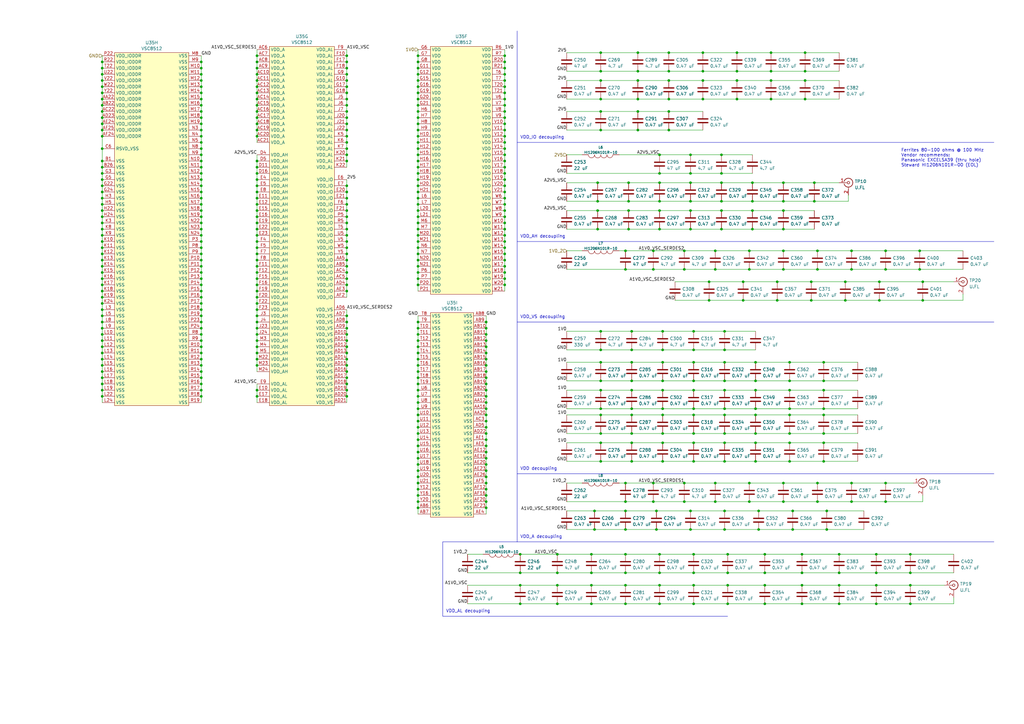
<source format=kicad_sch>
(kicad_sch (version 20231120) (generator "eeschema") (generator_version "8.0")
  (paper "A3")
  (title_block (title "LATENTRED Line Card") (date "2024-12-21") (rev "0.1") (company "Antikernel Labs") (comment 1 "Andrew D. Zonenberg"))
  (junction (at 377.19 102.87))
  (junction (at 171.45 152.4))
  (junction (at 82.55 27.94))
  (junction (at 321.31 93.98))
  (junction (at 41.91 45.72))
  (junction (at 142.24 60.96))
  (junction (at 321.31 86.36))
  (junction (at 142.24 25.4))
  (junction (at 199.39 172.72))
  (junction (at 207.01 53.34))
  (junction (at 105.41 71.12))
  (junction (at 41.91 106.68))
  (junction (at 82.55 63.5))
  (junction (at 349.25 198.12))
  (junction (at 199.39 185.42))
  (junction (at 270.51 86.36))
  (junction (at 256.54 198.12))
  (junction (at 199.39 170.18))
  (junction (at 297.18 181.61))
  (junction (at 171.45 88.9))
  (junction (at 171.45 55.88))
  (junction (at 142.24 99.06))
  (junction (at 309.88 156.21))
  (junction (at 41.91 76.2))
  (junction (at 284.48 167.64))
  (junction (at 304.8 115.57))
  (junction (at 316.23 29.21))
  (junction (at 309.88 160.02))
  (junction (at 207.01 106.68))
  (junction (at 298.45 240.03))
  (junction (at 309.88 148.59))
  (junction (at 246.38 45.72))
  (junction (at 41.91 38.1))
  (junction (at 105.41 88.9))
  (junction (at 82.55 71.12))
  (junction (at 105.41 162.56))
  (junction (at 142.24 129.54))
  (junction (at 257.81 82.55))
  (junction (at 105.41 139.7))
  (junction (at 171.45 185.42))
  (junction (at 323.85 177.8))
  (junction (at 295.91 71.12))
  (junction (at 321.31 198.12))
  (junction (at 256.54 102.87))
  (junction (at 261.62 45.72))
  (junction (at 256.54 217.17))
  (junction (at 207.01 63.5))
  (junction (at 246.38 181.61))
  (junction (at 297.18 156.21))
  (junction (at 243.84 217.17))
  (junction (at 105.41 127))
  (junction (at 207.01 60.96))
  (junction (at 307.34 110.49))
  (junction (at 207.01 109.22))
  (junction (at 335.28 205.74))
  (junction (at 82.55 66.04))
  (junction (at 313.69 247.65))
  (junction (at 82.55 111.76))
  (junction (at 295.91 82.55))
  (junction (at 293.37 205.74))
  (junction (at 207.01 78.74))
  (junction (at 105.41 111.76))
  (junction (at 213.36 240.03))
  (junction (at 171.45 38.1))
  (junction (at 105.41 30.48))
  (junction (at 82.55 119.38))
  (junction (at 261.62 21.59))
  (junction (at 242.57 240.03))
  (junction (at 297.18 167.64))
  (junction (at 271.78 143.51))
  (junction (at 304.8 123.19))
  (junction (at 41.91 68.58))
  (junction (at 280.67 110.49))
  (junction (at 41.91 93.98))
  (junction (at 274.32 45.72))
  (junction (at 105.41 68.58))
  (junction (at 41.91 48.26))
  (junction (at 82.55 104.14))
  (junction (at 323.85 189.23))
  (junction (at 142.24 55.88))
  (junction (at 142.24 88.9))
  (junction (at 171.45 60.96))
  (junction (at 142.24 93.98))
  (junction (at 171.45 93.98))
  (junction (at 330.2 40.64))
  (junction (at 171.45 137.16))
  (junction (at 105.41 38.1))
  (junction (at 41.91 147.32))
  (junction (at 142.24 38.1))
  (junction (at 245.11 86.36))
  (junction (at 82.55 38.1))
  (junction (at 82.55 132.08))
  (junction (at 270.51 227.33))
  (junction (at 105.41 132.08))
  (junction (at 171.45 193.04))
  (junction (at 199.39 160.02))
  (junction (at 246.38 160.02))
  (junction (at 337.82 181.61))
  (junction (at 142.24 45.72))
  (junction (at 171.45 139.7))
  (junction (at 302.26 33.02))
  (junction (at 41.91 109.22))
  (junction (at 142.24 132.08))
  (junction (at 105.41 96.52))
  (junction (at 105.41 99.06))
  (junction (at 360.68 115.57))
  (junction (at 337.82 189.23))
  (junction (at 41.91 111.76))
  (junction (at 105.41 121.92))
  (junction (at 207.01 33.02))
  (junction (at 142.24 76.2))
  (junction (at 246.38 148.59))
  (junction (at 105.41 48.26))
  (junction (at 207.01 48.26))
  (junction (at 207.01 76.2))
  (junction (at 171.45 86.36))
  (junction (at 82.55 134.62))
  (junction (at 309.88 181.61))
  (junction (at 199.39 154.94))
  (junction (at 207.01 114.3))
  (junction (at 270.51 63.5))
  (junction (at 171.45 76.2))
  (junction (at 297.18 143.51))
  (junction (at 171.45 134.62))
  (junction (at 313.69 240.03))
  (junction (at 311.15 209.55))
  (junction (at 280.67 205.74))
  (junction (at 228.6 227.33))
  (junction (at 171.45 22.86))
  (junction (at 207.01 45.72))
  (junction (at 171.45 78.74))
  (junction (at 363.22 205.74))
  (junction (at 142.24 119.38))
  (junction (at 171.45 205.74))
  (junction (at 270.51 82.55))
  (junction (at 259.08 189.23))
  (junction (at 297.18 170.18))
  (junction (at 41.91 33.02))
  (junction (at 105.41 53.34))
  (junction (at 82.55 33.02))
  (junction (at 323.85 160.02))
  (junction (at 41.91 25.4))
  (junction (at 242.57 234.95))
  (junction (at 171.45 53.34))
  (junction (at 207.01 99.06))
  (junction (at 171.45 132.08))
  (junction (at 207.01 50.8))
  (junction (at 207.01 22.86))
  (junction (at 207.01 86.36))
  (junction (at 199.39 200.66))
  (junction (at 344.17 234.95))
  (junction (at 41.91 104.14))
  (junction (at 199.39 198.12))
  (junction (at 82.55 137.16))
  (junction (at 313.69 234.95))
  (junction (at 82.55 152.4))
  (junction (at 142.24 53.34))
  (junction (at 267.97 102.87))
  (junction (at 82.55 124.46))
  (junction (at 309.88 167.64))
  (junction (at 171.45 81.28))
  (junction (at 41.91 160.02))
  (junction (at 256.54 227.33))
  (junction (at 256.54 205.74))
  (junction (at 261.62 53.34))
  (junction (at 207.01 91.44))
  (junction (at 41.91 71.12))
  (junction (at 373.38 247.65))
  (junction (at 261.62 33.02))
  (junction (at 105.41 83.82))
  (junction (at 142.24 114.3))
  (junction (at 259.08 156.21))
  (junction (at 243.84 209.55))
  (junction (at 271.78 177.8))
  (junction (at 207.01 104.14))
  (junction (at 41.91 53.34))
  (junction (at 41.91 162.56))
  (junction (at 171.45 147.32))
  (junction (at 302.26 29.21))
  (junction (at 316.23 33.02))
  (junction (at 171.45 198.12))
  (junction (at 142.24 96.52))
  (junction (at 82.55 91.44))
  (junction (at 171.45 99.06))
  (junction (at 297.18 217.17))
  (junction (at 321.31 82.55))
  (junction (at 105.41 76.2))
  (junction (at 269.24 217.17))
  (junction (at 309.88 189.23))
  (junction (at 82.55 121.92))
  (junction (at 142.24 152.4))
  (junction (at 142.24 86.36))
  (junction (at 228.6 234.95))
  (junction (at 207.01 55.88))
  (junction (at 105.41 144.78))
  (junction (at 270.51 93.98))
  (junction (at 82.55 78.74))
  (junction (at 82.55 162.56))
  (junction (at 142.24 22.86))
  (junction (at 283.21 82.55))
  (junction (at 171.45 43.18))
  (junction (at 199.39 193.04))
  (junction (at 308.61 86.36))
  (junction (at 259.08 167.64))
  (junction (at 284.48 177.8))
  (junction (at 142.24 144.78))
  (junction (at 171.45 30.48))
  (junction (at 82.55 127))
  (junction (at 105.41 147.32))
  (junction (at 256.54 234.95))
  (junction (at 82.55 55.88))
  (junction (at 246.38 135.89))
  (junction (at 105.41 114.3))
  (junction (at 199.39 149.86))
  (junction (at 142.24 149.86))
  (junction (at 271.78 189.23))
  (junction (at 293.37 110.49))
  (junction (at 199.39 144.78))
  (junction (at 105.41 160.02))
  (junction (at 142.24 43.18))
  (junction (at 318.77 123.19))
  (junction (at 271.78 181.61))
  (junction (at 297.18 209.55))
  (junction (at 257.81 93.98))
  (junction (at 171.45 106.68))
  (junction (at 171.45 45.72))
  (junction (at 171.45 73.66))
  (junction (at 307.34 102.87))
  (junction (at 105.41 129.54))
  (junction (at 41.91 149.86))
  (junction (at 82.55 101.6))
  (junction (at 82.55 58.42))
  (junction (at 256.54 110.49))
  (junction (at 284.48 160.02))
  (junction (at 325.12 209.55))
  (junction (at 295.91 86.36))
  (junction (at 142.24 91.44))
  (junction (at 41.91 83.82))
  (junction (at 284.48 189.23))
  (junction (at 105.41 27.94))
  (junction (at 288.29 29.21))
  (junction (at 325.12 217.17))
  (junction (at 105.41 119.38))
  (junction (at 82.55 53.34))
  (junction (at 41.91 142.24))
  (junction (at 105.41 106.68))
  (junction (at 171.45 165.1))
  (junction (at 142.24 154.94))
  (junction (at 259.08 148.59))
  (junction (at 295.91 63.5))
  (junction (at 199.39 180.34))
  (junction (at 271.78 167.64))
  (junction (at 41.91 55.88))
  (junction (at 259.08 170.18))
  (junction (at 171.45 83.82))
  (junction (at 82.55 116.84))
  (junction (at 334.01 74.93))
  (junction (at 41.91 114.3))
  (junction (at 328.93 247.65))
  (junction (at 199.39 205.74))
  (junction (at 344.17 240.03))
  (junction (at 171.45 104.14))
  (junction (at 308.61 93.98))
  (junction (at 41.91 66.04))
  (junction (at 41.91 137.16))
  (junction (at 41.91 121.92))
  (junction (at 41.91 27.94))
  (junction (at 298.45 234.95))
  (junction (at 323.85 156.21))
  (junction (at 207.01 88.9))
  (junction (at 82.55 109.22))
  (junction (at 41.91 60.96))
  (junction (at 171.45 208.28))
  (junction (at 105.41 35.56))
  (junction (at 259.08 143.51))
  (junction (at 82.55 73.66))
  (junction (at 283.21 217.17))
  (junction (at 259.08 135.89))
  (junction (at 171.45 175.26))
  (junction (at 41.91 144.78))
  (junction (at 142.24 81.28))
  (junction (at 284.48 143.51))
  (junction (at 142.24 142.24))
  (junction (at 242.57 227.33))
  (junction (at 346.71 115.57))
  (junction (at 82.55 83.82))
  (junction (at 82.55 40.64))
  (junction (at 349.25 110.49))
  (junction (at 82.55 99.06))
  (junction (at 207.01 93.98))
  (junction (at 213.36 227.33))
  (junction (at 171.45 144.78))
  (junction (at 344.17 227.33))
  (junction (at 82.55 50.8))
  (junction (at 41.91 73.66))
  (junction (at 105.41 50.8))
  (junction (at 359.41 247.65))
  (junction (at 105.41 142.24))
  (junction (at 82.55 147.32))
  (junction (at 257.81 86.36))
  (junction (at 82.55 114.3))
  (junction (at 328.93 234.95))
  (junction (at 274.32 53.34))
  (junction (at 330.2 21.59))
  (junction (at 284.48 135.89))
  (junction (at 171.45 68.58))
  (junction (at 298.45 227.33))
  (junction (at 171.45 116.84))
  (junction (at 256.54 209.55))
  (junction (at 41.91 99.06))
  (junction (at 41.91 86.36))
  (junction (at 82.55 129.54))
  (junction (at 270.51 74.93))
  (junction (at 290.83 123.19))
  (junction (at 207.01 30.48))
  (junction (at 328.93 227.33))
  (junction (at 171.45 182.88))
  (junction (at 313.69 227.33))
  (junction (at 297.18 135.89))
  (junction (at 41.91 40.64))
  (junction (at 207.01 68.58))
  (junction (at 82.55 154.94))
  (junction (at 207.01 111.76))
  (junction (at 142.24 147.32))
  (junction (at 171.45 177.8))
  (junction (at 373.38 240.03))
  (junction (at 105.41 101.6))
  (junction (at 246.38 143.51))
  (junction (at 171.45 180.34))
  (junction (at 82.55 35.56))
  (junction (at 142.24 157.48))
  (junction (at 270.51 71.12))
  (junction (at 82.55 142.24))
  (junction (at 171.45 114.3))
  (junction (at 330.2 29.21))
  (junction (at 142.24 139.7))
  (junction (at 288.29 21.59))
  (junction (at 41.91 50.8))
  (junction (at 359.41 240.03))
  (junction (at 207.01 27.94))
  (junction (at 82.55 45.72))
  (junction (at 171.45 27.94))
  (junction (at 171.45 96.52))
  (junction (at 171.45 142.24))
  (junction (at 274.32 40.64))
  (junction (at 41.91 116.84))
  (junction (at 246.38 156.21))
  (junction (at 321.31 74.93))
  (junction (at 142.24 109.22))
  (junction (at 288.29 40.64))
  (junction (at 284.48 156.21))
  (junction (at 41.91 154.94))
  (junction (at 105.41 91.44))
  (junction (at 105.41 81.28))
  (junction (at 142.24 27.94))
  (junction (at 105.41 149.86))
  (junction (at 105.41 55.88))
  (junction (at 199.39 142.24))
  (junction (at 105.41 33.02))
  (junction (at 171.45 91.44))
  (junction (at 82.55 48.26))
  (junction (at 105.41 124.46))
  (junction (at 245.11 74.93))
  (junction (at 321.31 102.87))
  (junction (at 337.82 167.64))
  (junction (at 259.08 177.8))
  (junction (at 142.24 104.14))
  (junction (at 142.24 78.74))
  (junction (at 199.39 190.5))
  (junction (at 283.21 71.12))
  (junction (at 142.24 160.02))
  (junction (at 199.39 177.8))
  (junction (at 171.45 35.56))
  (junction (at 363.22 198.12))
  (junction (at 41.91 152.4))
  (junction (at 199.39 165.1))
  (junction (at 323.85 148.59))
  (junction (at 41.91 119.38))
  (junction (at 321.31 205.74))
  (junction (at 171.45 63.5))
  (junction (at 171.45 25.4))
  (junction (at 335.28 102.87))
  (junction (at 142.24 66.04))
  (junction (at 328.93 240.03))
  (junction (at 373.38 227.33))
  (junction (at 207.01 71.12))
  (junction (at 142.24 58.42))
  (junction (at 335.28 110.49))
  (junction (at 199.39 147.32))
  (junction (at 337.82 156.21))
  (junction (at 309.88 177.8))
  (junction (at 171.45 50.8))
  (junction (at 246.38 29.21))
  (junction (at 171.45 149.86))
  (junction (at 284.48 227.33))
  (junction (at 82.55 43.18))
  (junction (at 105.41 104.14))
  (junction (at 257.81 74.93))
  (junction (at 41.91 139.7))
  (junction (at 283.21 209.55))
  (junction (at 274.32 21.59))
  (junction (at 199.39 187.96))
  (junction (at 261.62 29.21))
  (junction (at 171.45 190.5))
  (junction (at 171.45 66.04))
  (junction (at 295.91 74.93))
  (junction (at 171.45 160.02))
  (junction (at 105.41 116.84))
  (junction (at 378.46 123.19))
  (junction (at 246.38 53.34))
  (junction (at 316.23 21.59))
  (junction (at 298.45 247.65))
  (junction (at 344.17 247.65))
  (junction (at 280.67 102.87))
  (junction (at 242.57 247.65))
  (junction (at 295.91 93.98))
  (junction (at 259.08 181.61))
  (junction (at 105.41 22.86))
  (junction (at 293.37 102.87))
  (junction (at 207.01 58.42))
  (junction (at 41.91 127))
  (junction (at 41.91 134.62))
  (junction (at 293.37 198.12))
  (junction (at 171.45 58.42))
  (junction (at 337.82 170.18))
  (junction (at 105.41 137.16))
  (junction (at 246.38 40.64))
  (junction (at 142.24 35.56))
  (junction (at 359.41 234.95))
  (junction (at 171.45 203.2))
  (junction (at 318.77 115.57))
  (junction (at 284.48 148.59))
  (junction (at 82.55 30.48))
  (junction (at 41.91 132.08))
  (junction (at 271.78 148.59))
  (junction (at 142.24 33.02))
  (junction (at 105.41 134.62))
  (junction (at 284.48 170.18))
  (junction (at 207.01 96.52))
  (junction (at 142.24 63.5))
  (junction (at 378.46 115.57))
  (junction (at 246.38 167.64))
  (junction (at 271.78 160.02))
  (junction (at 199.39 203.2))
  (junction (at 339.09 209.55))
  (junction (at 297.18 160.02))
  (junction (at 199.39 132.08))
  (junction (at 171.45 154.94))
  (junction (at 41.91 96.52))
  (junction (at 142.24 50.8))
  (junction (at 207.01 116.84))
  (junction (at 337.82 148.59))
  (junction (at 323.85 170.18))
  (junction (at 307.34 205.74))
  (junction (at 171.45 111.76))
  (junction (at 280.67 198.12))
  (junction (at 82.55 149.86))
  (junction (at 199.39 182.88))
  (junction (at 274.32 29.21))
  (junction (at 363.22 102.87))
  (junction (at 82.55 139.7))
  (junction (at 246.38 21.59))
  (junction (at 308.61 74.93))
  (junction (at 270.51 247.65))
  (junction (at 41.91 43.18))
  (junction (at 267.97 110.49))
  (junction (at 142.24 134.62))
  (junction (at 284.48 181.61))
  (junction (at 171.45 71.12))
  (junction (at 171.45 187.96))
  (junction (at 207.01 73.66))
  (junction (at 377.19 110.49))
  (junction (at 246.38 33.02))
  (junction (at 373.38 234.95))
  (junction (at 142.24 40.64))
  (junction (at 142.24 137.16))
  (junction (at 82.55 68.58))
  (junction (at 41.91 157.48))
  (junction (at 316.23 40.64))
  (junction (at 284.48 247.65))
  (junction (at 82.55 160.02))
  (junction (at 82.55 86.36))
  (junction (at 213.36 247.65))
  (junction (at 82.55 76.2))
  (junction (at 105.41 73.66))
  (junction (at 267.97 205.74))
  (junction (at 246.38 177.8))
  (junction (at 261.62 40.64))
  (junction (at 199.39 162.56))
  (junction (at 142.24 162.56))
  (junction (at 297.18 177.8))
  (junction (at 82.55 96.52))
  (junction (at 41.91 81.28))
  (junction (at 199.39 167.64))
  (junction (at 171.45 48.26))
  (junction (at 308.61 82.55))
  (junction (at 207.01 43.18))
  (junction (at 207.01 38.1))
  (junction (at 207.01 101.6))
  (junction (at 259.08 160.02))
  (junction (at 297.18 148.59))
  (junction (at 105.41 93.98))
  (junction (at 270.51 240.03))
  (junction (at 271.78 170.18))
  (junction (at 283.21 74.93))
  (junction (at 302.26 21.59))
  (junction (at 288.29 33.02))
  (junction (at 339.09 217.17))
  (junction (at 297.18 189.23))
  (junction (at 334.01 82.55))
  (junction (at 199.39 137.16))
  (junction (at 105.41 40.64))
  (junction (at 41.91 88.9))
  (junction (at 207.01 35.56))
  (junction (at 41.91 35.56))
  (junction (at 207.01 83.82))
  (junction (at 171.45 162.56))
  (junction (at 349.25 205.74))
  (junction (at 323.85 181.61))
  (junction (at 105.41 78.74))
  (junction (at 142.24 83.82))
  (junction (at 274.32 33.02))
  (junction (at 346.71 123.19))
  (junction (at 199.39 157.48))
  (junction (at 199.39 195.58))
  (junction (at 302.26 40.64))
  (junction (at 337.82 160.02))
  (junction (at 246.38 170.18))
  (junction (at 41.91 78.74))
  (junction (at 199.39 152.4))
  (junction (at 171.45 157.48))
  (junction (at 337.82 177.8))
  (junction (at 363.22 110.49))
  (junction (at 270.51 234.95))
  (junction (at 213.36 234.95))
  (junction (at 246.38 189.23))
  (junction (at 105.41 86.36))
  (junction (at 283.21 93.98))
  (junction (at 41.91 124.46))
  (junction (at 284.48 234.95))
  (junction (at 171.45 40.64))
  (junction (at 82.55 93.98))
  (junction (at 82.55 25.4))
  (junction (at 82.55 81.28))
  (junction (at 105.41 25.4))
  (junction (at 256.54 240.03))
  (junction (at 171.45 33.02))
  (junction (at 256.54 247.65))
  (junction (at 41.91 101.6))
  (junction (at 199.39 208.28))
  (junction (at 307.34 198.12))
  (junction (at 82.55 157.48))
  (junction (at 332.74 115.57))
  (junction (at 228.6 240.03))
  (junction (at 323.85 167.64))
  (junction (at 105.41 43.18))
  (junction (at 171.45 200.66))
  (junction (at 207.01 25.4))
  (junction (at 335.28 198.12))
  (junction (at 267.97 198.12))
  (junction (at 271.78 135.89))
  (junction (at 199.39 134.62))
  (junction (at 105.41 45.72))
  (junction (at 207.01 66.04))
  (junction (at 41.91 91.44))
  (junction (at 142.24 48.26))
  (junction (at 321.31 110.49))
  (junction (at 309.88 170.18))
  (junction (at 41.91 30.48))
  (junction (at 349.25 102.87))
  (junction (at 142.24 116.84))
  (junction (at 330.2 33.02))
  (junction (at 290.83 115.57))
  (junction (at 360.68 123.19))
  (junction (at 82.55 106.68))
  (junction (at 199.39 175.26))
  (junction (at 105.41 109.22))
  (junction (at 105.41 66.04))
  (junction (at 283.21 63.5))
  (junction (at 41.91 129.54))
  (junction (at 269.24 209.55))
  (junction (at 271.78 156.21))
  (junction (at 171.45 195.58))
  (junction (at 142.24 30.48))
  (junction (at 207.01 81.28))
  (junction (at 171.45 172.72))
  (junction (at 311.15 217.17))
  (junction (at 82.55 88.9))
  (junction (at 332.74 123.19))
  (junction (at 245.11 93.98))
  (junction (at 171.45 109.22))
  (junction (at 171.45 167.64))
  (junction (at 171.45 170.18))
  (junction (at 199.39 139.7))
  (junction (at 228.6 247.65))
  (junction (at 171.45 101.6))
  (junction (at 82.55 144.78))
  (junction (at 245.11 82.55))
  (junction (at 142.24 101.6))
  (junction (at 207.01 40.64))
  (junction (at 142.24 111.76))
  (junction (at 142.24 106.68))
  (junction (at 82.55 60.96))
  (junction (at 284.48 240.03))
  (junction (at 283.21 86.36))
  (junction (at 359.41 227.33))
  (wire (pts (xy 41.91 109.22) (xy 41.91 111.76)))
  (wire (pts (xy 82.55 91.44) (xy 82.55 93.98)))
  (wire (pts (xy 304.8 115.57) (xy 318.77 115.57)))
  (wire (pts (xy 308.61 74.93) (xy 321.31 74.93)))
  (wire (pts (xy 346.71 115.57) (xy 360.68 115.57)))
  (polyline (pts (xy 212.09 194.31) (xy 407.67 194.31)))
  (wire (pts (xy 82.55 119.38) (xy 82.55 121.92)))
  (wire (pts (xy 347.98 82.55) (xy 347.98 80.01)))
  (wire (pts (xy 142.24 43.18) (xy 142.24 45.72)))
  (wire (pts (xy 142.24 38.1) (xy 142.24 40.64)))
  (wire (pts (xy 199.39 198.12) (xy 199.39 200.66)))
  (wire (pts (xy 41.91 86.36) (xy 41.91 88.9)))
  (wire (pts (xy 232.41 170.18) (xy 246.38 170.18)))
  (wire (pts (xy 82.55 60.96) (xy 82.55 63.5)))
  (wire (pts (xy 323.85 177.8) (xy 337.82 177.8)))
  (wire (pts (xy 207.01 104.14) (xy 207.01 106.68)))
  (wire (pts (xy 360.68 123.19) (xy 378.46 123.19)))
  (wire (pts (xy 82.55 76.2) (xy 82.55 78.74)))
  (wire (pts (xy 171.45 45.72) (xy 171.45 48.26)))
  (wire (pts (xy 257.81 86.36) (xy 270.51 86.36)))
  (wire (pts (xy 142.24 139.7) (xy 142.24 142.24)))
  (wire (pts (xy 142.24 157.48) (xy 142.24 160.02)))
  (wire (pts (xy 207.01 116.84) (xy 207.01 119.38)))
  (wire (pts (xy 321.31 110.49) (xy 335.28 110.49)))
  (wire (pts (xy 171.45 200.66) (xy 171.45 203.2)))
  (wire (pts (xy 82.55 81.28) (xy 82.55 83.82)))
  (wire (pts (xy 142.24 27.94) (xy 142.24 30.48)))
  (wire (pts (xy 41.91 121.92) (xy 41.91 124.46)))
  (wire (pts (xy 321.31 93.98) (xy 334.01 93.98)))
  (wire (pts (xy 207.01 68.58) (xy 207.01 71.12)))
  (wire (pts (xy 284.48 148.59) (xy 297.18 148.59)))
  (wire (pts (xy 199.39 162.56) (xy 199.39 165.1)))
  (wire (pts (xy 142.24 152.4) (xy 142.24 154.94)))
  (wire (pts (xy 256.54 234.95) (xy 270.51 234.95)))
  (wire (pts (xy 41.91 106.68) (xy 41.91 109.22)))
  (wire (pts (xy 271.78 177.8) (xy 284.48 177.8)))
  (wire (pts (xy 207.01 86.36) (xy 207.01 88.9)))
  (wire (pts (xy 142.24 114.3) (xy 142.24 116.84)))
  (wire (pts (xy 228.6 227.33) (xy 242.57 227.33)))
  (wire (pts (xy 207.01 71.12) (xy 207.01 73.66)))
  (wire (pts (xy 295.91 93.98) (xy 308.61 93.98)))
  (wire (pts (xy 246.38 181.61) (xy 259.08 181.61)))
  (wire (pts (xy 105.41 63.5) (xy 105.41 66.04)))
  (wire (pts (xy 270.51 63.5) (xy 283.21 63.5)))
  (wire (pts (xy 297.18 217.17) (xy 311.15 217.17)))
  (wire (pts (xy 378.46 205.74) (xy 378.46 203.2)))
  (wire (pts (xy 254 102.87) (xy 256.54 102.87)))
  (wire (pts (xy 207.01 40.64) (xy 207.01 43.18)))
  (wire (pts (xy 82.55 124.46) (xy 82.55 127)))
  (wire (pts (xy 171.45 33.02) (xy 171.45 35.56)))
  (wire (pts (xy 267.97 198.12) (xy 280.67 198.12)))
  (polyline (pts (xy 212.09 12.7) (xy 212.09 222.25)))
  (wire (pts (xy 41.91 104.14) (xy 41.91 106.68)))
  (wire (pts (xy 82.55 129.54) (xy 82.55 132.08)))
  (wire (pts (xy 207.01 33.02) (xy 207.01 35.56)))
  (wire (pts (xy 41.91 53.34) (xy 41.91 55.88)))
  (wire (pts (xy 171.45 35.56) (xy 171.45 38.1)))
  (wire (pts (xy 207.01 53.34) (xy 207.01 55.88)))
  (wire (pts (xy 297.18 181.61) (xy 309.88 181.61)))
  (wire (pts (xy 307.34 110.49) (xy 321.31 110.49)))
  (wire (pts (xy 105.41 81.28) (xy 105.41 83.82)))
  (wire (pts (xy 142.24 96.52) (xy 142.24 99.06)))
  (wire (pts (xy 283.21 209.55) (xy 297.18 209.55)))
  (wire (pts (xy 313.69 247.65) (xy 328.93 247.65)))
  (wire (pts (xy 142.24 101.6) (xy 142.24 104.14)))
  (wire (pts (xy 199.39 203.2) (xy 199.39 205.74)))
  (wire (pts (xy 199.39 182.88) (xy 199.39 185.42)))
  (wire (pts (xy 171.45 157.48) (xy 171.45 160.02)))
  (wire (pts (xy 363.22 110.49) (xy 377.19 110.49)))
  (wire (pts (xy 207.01 22.86) (xy 207.01 25.4)))
  (wire (pts (xy 41.91 45.72) (xy 41.91 48.26)))
  (wire (pts (xy 323.85 170.18) (xy 337.82 170.18)))
  (wire (pts (xy 171.45 134.62) (xy 171.45 137.16)))
  (wire (pts (xy 41.91 27.94) (xy 41.91 30.48)))
  (wire (pts (xy 199.39 165.1) (xy 199.39 167.64)))
  (wire (pts (xy 171.45 73.66) (xy 171.45 76.2)))
  (polyline (pts (xy 212.09 222.25) (xy 407.67 222.25)))
  (wire (pts (xy 256.54 227.33) (xy 270.51 227.33)))
  (wire (pts (xy 142.24 137.16) (xy 142.24 139.7)))
  (wire (pts (xy 261.62 29.21) (xy 274.32 29.21)))
  (wire (pts (xy 337.82 181.61) (xy 351.79 181.61)))
  (wire (pts (xy 246.38 156.21) (xy 259.08 156.21)))
  (wire (pts (xy 171.45 76.2) (xy 171.45 78.74)))
  (polyline (pts (xy 181.61 222.25) (xy 181.61 252.73)))
  (wire (pts (xy 270.51 82.55) (xy 283.21 82.55)))
  (wire (pts (xy 270.51 240.03) (xy 284.48 240.03)))
  (wire (pts (xy 105.41 127) (xy 105.41 129.54)))
  (wire (pts (xy 82.55 30.48) (xy 82.55 33.02)))
  (wire (pts (xy 207.01 45.72) (xy 207.01 48.26)))
  (wire (pts (xy 232.41 82.55) (xy 245.11 82.55)))
  (wire (pts (xy 171.45 152.4) (xy 171.45 154.94)))
  (wire (pts (xy 171.45 81.28) (xy 171.45 83.82)))
  (wire (pts (xy 207.01 78.74) (xy 207.01 81.28)))
  (wire (pts (xy 207.01 73.66) (xy 207.01 76.2)))
  (wire (pts (xy 323.85 156.21) (xy 337.82 156.21)))
  (wire (pts (xy 309.88 156.21) (xy 323.85 156.21)))
  (wire (pts (xy 142.24 73.66) (xy 142.24 76.2)))
  (wire (pts (xy 199.39 154.94) (xy 199.39 157.48)))
  (wire (pts (xy 142.24 60.96) (xy 142.24 63.5)))
  (wire (pts (xy 142.24 40.64) (xy 142.24 43.18)))
  (wire (pts (xy 280.67 198.12) (xy 293.37 198.12)))
  (wire (pts (xy 105.41 149.86) (xy 105.41 152.4)))
  (wire (pts (xy 82.55 111.76) (xy 82.55 114.3)))
  (wire (pts (xy 105.41 35.56) (xy 105.41 38.1)))
  (wire (pts (xy 346.71 123.19) (xy 360.68 123.19)))
  (wire (pts (xy 344.17 234.95) (xy 359.41 234.95)))
  (wire (pts (xy 267.97 205.74) (xy 280.67 205.74)))
  (wire (pts (xy 298.45 227.33) (xy 313.69 227.33)))
  (wire (pts (xy 171.45 114.3) (xy 171.45 116.84)))
  (wire (pts (xy 142.24 63.5) (xy 142.24 66.04)))
  (wire (pts (xy 105.41 134.62) (xy 105.41 137.16)))
  (wire (pts (xy 283.21 93.98) (xy 295.91 93.98)))
  (wire (pts (xy 41.91 55.88) (xy 41.91 60.96)))
  (wire (pts (xy 288.29 29.21) (xy 302.26 29.21)))
  (wire (pts (xy 297.18 170.18) (xy 309.88 170.18)))
  (wire (pts (xy 378.46 123.19) (xy 394.97 123.19)))
  (polyline (pts (xy 212.09 132.08) (xy 407.67 132.08)))
  (wire (pts (xy 259.08 170.18) (xy 271.78 170.18)))
  (wire (pts (xy 271.78 167.64) (xy 284.48 167.64)))
  (wire (pts (xy 82.55 109.22) (xy 82.55 111.76)))
  (wire (pts (xy 232.41 45.72) (xy 246.38 45.72)))
  (wire (pts (xy 82.55 149.86) (xy 82.55 152.4)))
  (wire (pts (xy 311.15 209.55) (xy 325.12 209.55)))
  (wire (pts (xy 232.41 74.93) (xy 245.11 74.93)))
  (wire (pts (xy 171.45 144.78) (xy 171.45 147.32)))
  (wire (pts (xy 171.45 40.64) (xy 171.45 43.18)))
  (wire (pts (xy 274.32 53.34) (xy 288.29 53.34)))
  (wire (pts (xy 297.18 209.55) (xy 311.15 209.55)))
  (wire (pts (xy 207.01 81.28) (xy 207.01 83.82)))
  (wire (pts (xy 284.48 234.95) (xy 298.45 234.95)))
  (wire (pts (xy 105.41 124.46) (xy 105.41 127)))
  (wire (pts (xy 269.24 217.17) (xy 283.21 217.17)))
  (wire (pts (xy 171.45 180.34) (xy 171.45 182.88)))
  (wire (pts (xy 232.41 110.49) (xy 256.54 110.49)))
  (wire (pts (xy 142.24 154.94) (xy 142.24 157.48)))
  (wire (pts (xy 232.41 148.59) (xy 246.38 148.59)))
  (wire (pts (xy 232.41 33.02) (xy 246.38 33.02)))
  (wire (pts (xy 302.26 29.21) (xy 316.23 29.21)))
  (wire (pts (xy 293.37 198.12) (xy 307.34 198.12)))
  (wire (pts (xy 142.24 66.04) (xy 142.24 68.58)))
  (wire (pts (xy 199.39 187.96) (xy 199.39 190.5)))
  (wire (pts (xy 82.55 33.02) (xy 82.55 35.56)))
  (wire (pts (xy 284.48 135.89) (xy 297.18 135.89)))
  (wire (pts (xy 256.54 247.65) (xy 270.51 247.65)))
  (wire (pts (xy 349.25 198.12) (xy 363.22 198.12)))
  (wire (pts (xy 171.45 160.02) (xy 171.45 162.56)))
  (wire (pts (xy 274.32 33.02) (xy 288.29 33.02)))
  (wire (pts (xy 254 63.5) (xy 270.51 63.5)))
  (wire (pts (xy 207.01 55.88) (xy 207.01 58.42)))
  (wire (pts (xy 199.39 157.48) (xy 199.39 160.02)))
  (wire (pts (xy 142.24 104.14) (xy 142.24 106.68)))
  (wire (pts (xy 245.11 93.98) (xy 257.81 93.98)))
  (wire (pts (xy 328.93 234.95) (xy 344.17 234.95)))
  (wire (pts (xy 335.28 198.12) (xy 349.25 198.12)))
  (wire (pts (xy 171.45 58.42) (xy 171.45 60.96)))
  (wire (pts (xy 246.38 170.18) (xy 259.08 170.18)))
  (wire (pts (xy 228.6 234.95) (xy 242.57 234.95)))
  (wire (pts (xy 105.41 53.34) (xy 105.41 55.88)))
  (wire (pts (xy 199.39 170.18) (xy 199.39 172.72)))
  (wire (pts (xy 232.41 40.64) (xy 246.38 40.64)))
  (wire (pts (xy 171.45 111.76) (xy 171.45 114.3)))
  (wire (pts (xy 41.91 127) (xy 41.91 129.54)))
  (wire (pts (xy 41.91 144.78) (xy 41.91 147.32)))
  (wire (pts (xy 82.55 58.42) (xy 82.55 60.96)))
  (wire (pts (xy 321.31 74.93) (xy 334.01 74.93)))
  (wire (pts (xy 142.24 83.82) (xy 142.24 86.36)))
  (wire (pts (xy 280.67 205.74) (xy 293.37 205.74)))
  (wire (pts (xy 105.41 96.52) (xy 105.41 99.06)))
  (wire (pts (xy 394.97 120.65) (xy 394.97 123.19)))
  (wire (pts (xy 105.41 157.48) (xy 105.41 160.02)))
  (wire (pts (xy 105.41 76.2) (xy 105.41 78.74)))
  (wire (pts (xy 309.88 177.8) (xy 323.85 177.8)))
  (wire (pts (xy 171.45 129.54) (xy 171.45 132.08)))
  (wire (pts (xy 105.41 93.98) (xy 105.41 96.52)))
  (wire (pts (xy 297.18 156.21) (xy 309.88 156.21)))
  (wire (pts (xy 142.24 78.74) (xy 142.24 81.28)))
  (wire (pts (xy 171.45 154.94) (xy 171.45 157.48)))
  (wire (pts (xy 297.18 135.89) (xy 309.88 135.89)))
  (wire (pts (xy 232.41 143.51) (xy 246.38 143.51)))
  (wire (pts (xy 207.01 88.9) (xy 207.01 91.44)))
  (wire (pts (xy 288.29 33.02) (xy 302.26 33.02)))
  (wire (pts (xy 259.08 189.23) (xy 271.78 189.23)))
  (wire (pts (xy 283.21 217.17) (xy 297.18 217.17)))
  (wire (pts (xy 309.88 181.61) (xy 323.85 181.61)))
  (wire (pts (xy 199.39 185.42) (xy 199.39 187.96)))
  (wire (pts (xy 41.91 35.56) (xy 41.91 38.1)))
  (wire (pts (xy 259.08 148.59) (xy 271.78 148.59)))
  (wire (pts (xy 232.41 181.61) (xy 246.38 181.61)))
  (wire (pts (xy 295.91 82.55) (xy 308.61 82.55)))
  (wire (pts (xy 41.91 114.3) (xy 41.91 116.84)))
  (wire (pts (xy 295.91 71.12) (xy 308.61 71.12)))
  (wire (pts (xy 246.38 143.51) (xy 259.08 143.51)))
  (wire (pts (xy 171.45 83.82) (xy 171.45 86.36)))
  (wire (pts (xy 82.55 116.84) (xy 82.55 119.38)))
  (wire (pts (xy 232.41 209.55) (xy 243.84 209.55)))
  (wire (pts (xy 323.85 148.59) (xy 337.82 148.59)))
  (wire (pts (xy 207.01 20.32) (xy 207.01 22.86)))
  (wire (pts (xy 242.57 240.03) (xy 256.54 240.03)))
  (wire (pts (xy 298.45 234.95) (xy 313.69 234.95)))
  (wire (pts (xy 256.54 209.55) (xy 269.24 209.55)))
  (wire (pts (xy 105.41 106.68) (xy 105.41 109.22)))
  (wire (pts (xy 82.55 48.26) (xy 82.55 50.8)))
  (wire (pts (xy 213.36 227.33) (xy 228.6 227.33)))
  (wire (pts (xy 171.45 71.12) (xy 171.45 73.66)))
  (wire (pts (xy 199.39 160.02) (xy 199.39 162.56)))
  (wire (pts (xy 363.22 198.12) (xy 374.65 198.12)))
  (wire (pts (xy 246.38 135.89) (xy 259.08 135.89)))
  (wire (pts (xy 191.77 240.03) (xy 213.36 240.03)))
  (wire (pts (xy 257.81 82.55) (xy 270.51 82.55)))
  (wire (pts (xy 41.91 30.48) (xy 41.91 33.02)))
  (wire (pts (xy 82.55 71.12) (xy 82.55 73.66)))
  (wire (pts (xy 105.41 86.36) (xy 105.41 88.9)))
  (wire (pts (xy 142.24 160.02) (xy 142.24 162.56)))
  (wire (pts (xy 232.41 177.8) (xy 246.38 177.8)))
  (wire (pts (xy 261.62 45.72) (xy 274.32 45.72)))
  (wire (pts (xy 284.48 227.33) (xy 298.45 227.33)))
  (wire (pts (xy 171.45 132.08) (xy 171.45 134.62)))
  (wire (pts (xy 171.45 86.36) (xy 171.45 88.9)))
  (wire (pts (xy 246.38 29.21) (xy 261.62 29.21)))
  (wire (pts (xy 256.54 240.03) (xy 270.51 240.03)))
  (wire (pts (xy 41.91 149.86) (xy 41.91 152.4)))
  (wire (pts (xy 325.12 209.55) (xy 339.09 209.55)))
  (wire (pts (xy 105.41 142.24) (xy 105.41 144.78)))
  (wire (pts (xy 171.45 99.06) (xy 171.45 101.6)))
  (wire (pts (xy 41.91 129.54) (xy 41.91 132.08)))
  (wire (pts (xy 321.31 102.87) (xy 335.28 102.87)))
  (wire (pts (xy 276.86 123.19) (xy 290.83 123.19)))
  (wire (pts (xy 207.01 93.98) (xy 207.01 96.52)))
  (wire (pts (xy 105.41 137.16) (xy 105.41 139.7)))
  (wire (pts (xy 142.24 81.28) (xy 142.24 83.82)))
  (wire (pts (xy 142.24 48.26) (xy 142.24 50.8)))
  (wire (pts (xy 284.48 167.64) (xy 297.18 167.64)))
  (wire (pts (xy 373.38 247.65) (xy 391.16 247.65)))
  (wire (pts (xy 270.51 86.36) (xy 283.21 86.36)))
  (wire (pts (xy 270.51 93.98) (xy 283.21 93.98)))
  (wire (pts (xy 256.54 102.87) (xy 267.97 102.87)))
  (wire (pts (xy 82.55 78.74) (xy 82.55 81.28)))
  (wire (pts (xy 41.91 93.98) (xy 41.91 96.52)))
  (wire (pts (xy 171.45 203.2) (xy 171.45 205.74)))
  (wire (pts (xy 259.08 177.8) (xy 271.78 177.8)))
  (wire (pts (xy 171.45 187.96) (xy 171.45 190.5)))
  (wire (pts (xy 82.55 86.36) (xy 82.55 88.9)))
  (wire (pts (xy 142.24 45.72) (xy 142.24 48.26)))
  (wire (pts (xy 246.38 33.02) (xy 261.62 33.02)))
  (wire (pts (xy 274.32 21.59) (xy 288.29 21.59)))
  (wire (pts (xy 171.45 38.1) (xy 171.45 40.64)))
  (wire (pts (xy 207.01 63.5) (xy 207.01 66.04)))
  (wire (pts (xy 207.01 83.82) (xy 207.01 86.36)))
  (wire (pts (xy 232.41 93.98) (xy 245.11 93.98)))
  (wire (pts (xy 293.37 205.74) (xy 307.34 205.74)))
  (wire (pts (xy 142.24 91.44) (xy 142.24 93.98)))
  (wire (pts (xy 213.36 234.95) (xy 228.6 234.95)))
  (wire (pts (xy 105.41 104.14) (xy 105.41 106.68)))
  (wire (pts (xy 325.12 217.17) (xy 339.09 217.17)))
  (wire (pts (xy 298.45 240.03) (xy 313.69 240.03)))
  (wire (pts (xy 41.91 83.82) (xy 41.91 86.36)))
  (wire (pts (xy 82.55 88.9) (xy 82.55 91.44)))
  (wire (pts (xy 105.41 162.56) (xy 105.41 165.1)))
  (wire (pts (xy 280.67 102.87) (xy 293.37 102.87)))
  (wire (pts (xy 207.01 111.76) (xy 207.01 114.3)))
  (wire (pts (xy 41.91 137.16) (xy 41.91 139.7)))
  (wire (pts (xy 283.21 63.5) (xy 295.91 63.5)))
  (wire (pts (xy 335.28 205.74) (xy 349.25 205.74)))
  (wire (pts (xy 171.45 93.98) (xy 171.45 96.52)))
  (wire (pts (xy 246.38 40.64) (xy 261.62 40.64)))
  (wire (pts (xy 171.45 63.5) (xy 171.45 66.04)))
  (wire (pts (xy 105.41 88.9) (xy 105.41 91.44)))
  (wire (pts (xy 105.41 121.92) (xy 105.41 124.46)))
  (wire (pts (xy 199.39 144.78) (xy 199.39 147.32)))
  (wire (pts (xy 232.41 189.23) (xy 246.38 189.23)))
  (wire (pts (xy 41.91 66.04) (xy 41.91 68.58)))
  (wire (pts (xy 142.24 134.62) (xy 142.24 137.16)))
  (wire (pts (xy 82.55 114.3) (xy 82.55 116.84)))
  (wire (pts (xy 82.55 25.4) (xy 82.55 27.94)))
  (wire (pts (xy 105.41 22.86) (xy 105.41 25.4)))
  (wire (pts (xy 290.83 123.19) (xy 304.8 123.19)))
  (wire (pts (xy 337.82 148.59) (xy 351.79 148.59)))
  (wire (pts (xy 41.91 139.7) (xy 41.91 142.24)))
  (wire (pts (xy 270.51 227.33) (xy 284.48 227.33)))
  (wire (pts (xy 242.57 247.65) (xy 256.54 247.65)))
  (wire (pts (xy 316.23 29.21) (xy 330.2 29.21)))
  (wire (pts (xy 232.41 135.89) (xy 246.38 135.89)))
  (wire (pts (xy 284.48 143.51) (xy 297.18 143.51)))
  (wire (pts (xy 259.08 167.64) (xy 271.78 167.64)))
  (wire (pts (xy 256.54 217.17) (xy 269.24 217.17)))
  (wire (pts (xy 82.55 66.04) (xy 82.55 68.58)))
  (wire (pts (xy 339.09 217.17) (xy 354.33 217.17)))
  (wire (pts (xy 171.45 162.56) (xy 171.45 165.1)))
  (wire (pts (xy 232.41 217.17) (xy 243.84 217.17)))
  (wire (pts (xy 284.48 247.65) (xy 298.45 247.65)))
  (wire (pts (xy 259.08 160.02) (xy 271.78 160.02)))
  (wire (pts (xy 313.69 240.03) (xy 328.93 240.03)))
  (wire (pts (xy 171.45 142.24) (xy 171.45 144.78)))
  (wire (pts (xy 105.41 38.1) (xy 105.41 40.64)))
  (wire (pts (xy 256.54 205.74) (xy 267.97 205.74)))
  (wire (pts (xy 171.45 78.74) (xy 171.45 81.28)))
  (wire (pts (xy 335.28 110.49) (xy 349.25 110.49)))
  (wire (pts (xy 171.45 48.26) (xy 171.45 50.8)))
  (wire (pts (xy 171.45 104.14) (xy 171.45 106.68)))
  (wire (pts (xy 316.23 33.02) (xy 330.2 33.02)))
  (wire (pts (xy 105.41 147.32) (xy 105.41 149.86)))
  (wire (pts (xy 105.41 91.44) (xy 105.41 93.98)))
  (wire (pts (xy 207.01 99.06) (xy 207.01 101.6)))
  (wire (pts (xy 199.39 139.7) (xy 199.39 142.24)))
  (wire (pts (xy 330.2 29.21) (xy 344.17 29.21)))
  (wire (pts (xy 308.61 86.36) (xy 321.31 86.36)))
  (wire (pts (xy 259.08 143.51) (xy 271.78 143.51)))
  (wire (pts (xy 232.41 53.34) (xy 246.38 53.34)))
  (wire (pts (xy 82.55 160.02) (xy 82.55 162.56)))
  (wire (pts (xy 330.2 21.59) (xy 344.17 21.59)))
  (wire (pts (xy 228.6 240.03) (xy 242.57 240.03)))
  (wire (pts (xy 142.24 58.42) (xy 142.24 60.96)))
  (wire (pts (xy 232.41 167.64) (xy 246.38 167.64)))
  (wire (pts (xy 243.84 217.17) (xy 256.54 217.17)))
  (wire (pts (xy 142.24 147.32) (xy 142.24 149.86)))
  (wire (pts (xy 339.09 209.55) (xy 354.33 209.55)))
  (wire (pts (xy 242.57 227.33) (xy 256.54 227.33)))
  (wire (pts (xy 82.55 157.48) (xy 82.55 160.02)))
  (wire (pts (xy 321.31 205.74) (xy 335.28 205.74)))
  (wire (pts (xy 213.36 247.65) (xy 228.6 247.65)))
  (wire (pts (xy 207.01 91.44) (xy 207.01 93.98)))
  (wire (pts (xy 105.41 27.94) (xy 105.41 30.48)))
  (wire (pts (xy 41.91 25.4) (xy 41.91 27.94)))
  (wire (pts (xy 41.91 152.4) (xy 41.91 154.94)))
  (wire (pts (xy 295.91 63.5) (xy 308.61 63.5)))
  (wire (pts (xy 82.55 53.34) (xy 82.55 55.88)))
  (wire (pts (xy 377.19 102.87) (xy 394.97 102.87)))
  (wire (pts (xy 41.91 124.46) (xy 41.91 127)))
  (wire (pts (xy 41.91 81.28) (xy 41.91 83.82)))
  (wire (pts (xy 105.41 71.12) (xy 105.41 73.66)))
  (wire (pts (xy 171.45 109.22) (xy 171.45 111.76)))
  (wire (pts (xy 199.39 208.28) (xy 199.39 210.82)))
  (wire (pts (xy 232.41 205.74) (xy 256.54 205.74)))
  (wire (pts (xy 41.91 91.44) (xy 41.91 93.98)))
  (wire (pts (xy 171.45 170.18) (xy 171.45 172.72)))
  (wire (pts (xy 316.23 21.59) (xy 330.2 21.59)))
  (wire (pts (xy 261.62 53.34) (xy 274.32 53.34)))
  (wire (pts (xy 246.38 189.23) (xy 259.08 189.23)))
  (wire (pts (xy 41.91 96.52) (xy 41.91 99.06)))
  (wire (pts (xy 332.74 123.19) (xy 346.71 123.19)))
  (wire (pts (xy 142.24 55.88) (xy 142.24 58.42)))
  (wire (pts (xy 323.85 160.02) (xy 337.82 160.02)))
  (wire (pts (xy 359.41 240.03) (xy 373.38 240.03)))
  (wire (pts (xy 270.51 234.95) (xy 284.48 234.95)))
  (wire (pts (xy 199.39 200.66) (xy 199.39 203.2)))
  (wire (pts (xy 283.21 86.36) (xy 295.91 86.36)))
  (wire (pts (xy 171.45 182.88) (xy 171.45 185.42)))
  (wire (pts (xy 142.24 86.36) (xy 142.24 88.9)))
  (wire (pts (xy 142.24 129.54) (xy 142.24 132.08)))
  (wire (pts (xy 207.01 30.48) (xy 207.01 33.02)))
  (wire (pts (xy 246.38 53.34) (xy 261.62 53.34)))
  (wire (pts (xy 171.45 137.16) (xy 171.45 139.7)))
  (wire (pts (xy 41.91 142.24) (xy 41.91 144.78)))
  (wire (pts (xy 171.45 205.74) (xy 171.45 208.28)))
  (wire (pts (xy 142.24 50.8) (xy 142.24 53.34)))
  (wire (pts (xy 274.32 29.21) (xy 288.29 29.21)))
  (wire (pts (xy 246.38 21.59) (xy 261.62 21.59)))
  (wire (pts (xy 207.01 38.1) (xy 207.01 40.64)))
  (wire (pts (xy 246.38 177.8) (xy 259.08 177.8)))
  (wire (pts (xy 41.91 132.08) (xy 41.91 134.62)))
  (wire (pts (xy 171.45 20.32) (xy 171.45 22.86)))
  (wire (pts (xy 41.91 71.12) (xy 41.91 73.66)))
  (wire (pts (xy 245.11 86.36) (xy 257.81 86.36)))
  (wire (pts (xy 267.97 102.87) (xy 280.67 102.87)))
  (wire (pts (xy 199.39 142.24) (xy 199.39 144.78)))
  (wire (pts (xy 142.24 106.68) (xy 142.24 109.22)))
  (wire (pts (xy 105.41 111.76) (xy 105.41 114.3)))
  (wire (pts (xy 280.67 110.49) (xy 293.37 110.49)))
  (wire (pts (xy 245.11 74.93) (xy 257.81 74.93)))
  (wire (pts (xy 309.88 189.23) (xy 323.85 189.23)))
  (wire (pts (xy 41.91 60.96) (xy 41.91 66.04)))
  (wire (pts (xy 359.41 234.95) (xy 373.38 234.95)))
  (wire (pts (xy 105.41 43.18) (xy 105.41 45.72)))
  (wire (pts (xy 207.01 50.8) (xy 207.01 53.34)))
  (wire (pts (xy 82.55 147.32) (xy 82.55 149.86)))
  (wire (pts (xy 257.81 93.98) (xy 270.51 93.98)))
  (wire (pts (xy 41.91 99.06) (xy 41.91 101.6)))
  (wire (pts (xy 269.24 209.55) (xy 283.21 209.55)))
  (wire (pts (xy 271.78 135.89) (xy 284.48 135.89)))
  (wire (pts (xy 199.39 147.32) (xy 199.39 149.86)))
  (wire (pts (xy 142.24 53.34) (xy 142.24 55.88)))
  (wire (pts (xy 191.77 227.33) (xy 198.12 227.33)))
  (wire (pts (xy 274.32 40.64) (xy 288.29 40.64)))
  (wire (pts (xy 337.82 167.64) (xy 351.79 167.64)))
  (wire (pts (xy 142.24 25.4) (xy 142.24 27.94)))
  (wire (pts (xy 232.41 198.12) (xy 238.76 198.12)))
  (wire (pts (xy 82.55 162.56) (xy 82.55 165.1)))
  (wire (pts (xy 207.01 48.26) (xy 207.01 50.8)))
  (wire (pts (xy 274.32 45.72) (xy 288.29 45.72)))
  (wire (pts (xy 142.24 132.08) (xy 142.24 134.62)))
  (wire (pts (xy 334.01 82.55) (xy 347.98 82.55)))
  (wire (pts (xy 142.24 20.32) (xy 142.24 22.86)))
  (wire (pts (xy 298.45 247.65) (xy 313.69 247.65)))
  (wire (pts (xy 105.41 99.06) (xy 105.41 101.6)))
  (wire (pts (xy 373.38 240.03) (xy 387.35 240.03)))
  (wire (pts (xy 256.54 110.49) (xy 267.97 110.49)))
  (wire (pts (xy 105.41 109.22) (xy 105.41 111.76)))
  (wire (pts (xy 232.41 160.02) (xy 246.38 160.02)))
  (wire (pts (xy 41.91 76.2) (xy 41.91 78.74)))
  (wire (pts (xy 191.77 234.95) (xy 213.36 234.95)))
  (wire (pts (xy 82.55 68.58) (xy 82.55 71.12)))
  (wire (pts (xy 82.55 104.14) (xy 82.55 106.68)))
  (wire (pts (xy 82.55 134.62) (xy 82.55 137.16)))
  (wire (pts (xy 105.41 139.7) (xy 105.41 142.24)))
  (wire (pts (xy 171.45 68.58) (xy 171.45 71.12)))
  (wire (pts (xy 288.29 21.59) (xy 302.26 21.59)))
  (wire (pts (xy 330.2 40.64) (xy 344.17 40.64)))
  (wire (pts (xy 142.24 35.56) (xy 142.24 38.1)))
  (wire (pts (xy 259.08 135.89) (xy 271.78 135.89)))
  (wire (pts (xy 228.6 247.65) (xy 242.57 247.65)))
  (wire (pts (xy 82.55 27.94) (xy 82.55 30.48)))
  (wire (pts (xy 82.55 50.8) (xy 82.55 53.34)))
  (wire (pts (xy 41.91 88.9) (xy 41.91 91.44)))
  (wire (pts (xy 82.55 45.72) (xy 82.55 48.26)))
  (wire (pts (xy 171.45 55.88) (xy 171.45 58.42)))
  (wire (pts (xy 297.18 189.23) (xy 309.88 189.23)))
  (wire (pts (xy 297.18 143.51) (xy 309.88 143.51)))
  (wire (pts (xy 142.24 93.98) (xy 142.24 96.52)))
  (wire (pts (xy 207.01 35.56) (xy 207.01 38.1)))
  (wire (pts (xy 270.51 74.93) (xy 283.21 74.93)))
  (wire (pts (xy 41.91 116.84) (xy 41.91 119.38)))
  (wire (pts (xy 311.15 217.17) (xy 325.12 217.17)))
  (wire (pts (xy 359.41 227.33) (xy 373.38 227.33)))
  (wire (pts (xy 257.81 74.93) (xy 270.51 74.93)))
  (wire (pts (xy 199.39 180.34) (xy 199.39 182.88)))
  (wire (pts (xy 316.23 40.64) (xy 330.2 40.64)))
  (wire (pts (xy 309.88 148.59) (xy 323.85 148.59)))
  (wire (pts (xy 271.78 160.02) (xy 284.48 160.02)))
  (wire (pts (xy 82.55 55.88) (xy 82.55 58.42)))
  (wire (pts (xy 171.45 195.58) (xy 171.45 198.12)))
  (polyline (pts (xy 212.09 58.42) (xy 407.67 58.42)))
  (wire (pts (xy 313.69 227.33) (xy 328.93 227.33)))
  (wire (pts (xy 232.41 21.59) (xy 246.38 21.59)))
  (wire (pts (xy 142.24 109.22) (xy 142.24 111.76)))
  (wire (pts (xy 199.39 132.08) (xy 199.39 134.62)))
  (wire (pts (xy 377.19 110.49) (xy 394.97 110.49)))
  (wire (pts (xy 105.41 129.54) (xy 105.41 132.08)))
  (wire (pts (xy 207.01 101.6) (xy 207.01 104.14)))
  (wire (pts (xy 391.16 247.65) (xy 391.16 245.11)))
  (wire (pts (xy 360.68 115.57) (xy 378.46 115.57)))
  (wire (pts (xy 323.85 189.23) (xy 337.82 189.23)))
  (wire (pts (xy 142.24 142.24) (xy 142.24 144.78)))
  (wire (pts (xy 105.41 20.32) (xy 105.41 22.86)))
  (wire (pts (xy 207.01 58.42) (xy 207.01 60.96)))
  (wire (pts (xy 82.55 106.68) (xy 82.55 109.22)))
  (wire (pts (xy 276.86 115.57) (xy 290.83 115.57)))
  (wire (pts (xy 41.91 38.1) (xy 41.91 40.64)))
  (wire (pts (xy 378.46 115.57) (xy 391.16 115.57)))
  (wire (pts (xy 105.41 114.3) (xy 105.41 116.84)))
  (wire (pts (xy 293.37 110.49) (xy 307.34 110.49)))
  (wire (pts (xy 323.85 167.64) (xy 337.82 167.64)))
  (wire (pts (xy 271.78 156.21) (xy 284.48 156.21)))
  (wire (pts (xy 142.24 144.78) (xy 142.24 147.32)))
  (wire (pts (xy 302.26 33.02) (xy 316.23 33.02)))
  (wire (pts (xy 82.55 132.08) (xy 82.55 134.62)))
  (wire (pts (xy 82.55 142.24) (xy 82.55 144.78)))
  (wire (pts (xy 191.77 247.65) (xy 213.36 247.65)))
  (wire (pts (xy 259.08 181.61) (xy 271.78 181.61)))
  (wire (pts (xy 270.51 71.12) (xy 283.21 71.12)))
  (wire (pts (xy 323.85 181.61) (xy 337.82 181.61)))
  (wire (pts (xy 82.55 40.64) (xy 82.55 43.18)))
  (wire (pts (xy 171.45 167.64) (xy 171.45 170.18)))
  (wire (pts (xy 270.51 247.65) (xy 284.48 247.65)))
  (wire (pts (xy 207.01 66.04) (xy 207.01 68.58)))
  (wire (pts (xy 199.39 134.62) (xy 199.39 137.16)))
  (wire (pts (xy 330.2 33.02) (xy 344.17 33.02)))
  (wire (pts (xy 246.38 148.59) (xy 259.08 148.59)))
  (wire (pts (xy 41.91 111.76) (xy 41.91 114.3)))
  (wire (pts (xy 105.41 83.82) (xy 105.41 86.36)))
  (wire (pts (xy 41.91 147.32) (xy 41.91 149.86)))
  (wire (pts (xy 142.24 99.06) (xy 142.24 101.6)))
  (wire (pts (xy 207.01 114.3) (xy 207.01 116.84)))
  (wire (pts (xy 232.41 71.12) (xy 270.51 71.12)))
  (wire (pts (xy 171.45 177.8) (xy 171.45 180.34)))
  (wire (pts (xy 284.48 181.61) (xy 297.18 181.61)))
  (wire (pts (xy 293.37 102.87) (xy 307.34 102.87)))
  (wire (pts (xy 246.38 160.02) (xy 259.08 160.02)))
  (wire (pts (xy 142.24 149.86) (xy 142.24 152.4)))
  (wire (pts (xy 246.38 167.64) (xy 259.08 167.64)))
  (wire (pts (xy 171.45 198.12) (xy 171.45 200.66)))
  (wire (pts (xy 41.91 40.64) (xy 41.91 43.18)))
  (wire (pts (xy 142.24 33.02) (xy 142.24 35.56)))
  (wire (pts (xy 242.57 234.95) (xy 256.54 234.95)))
  (wire (pts (xy 82.55 152.4) (xy 82.55 154.94)))
  (wire (pts (xy 142.24 111.76) (xy 142.24 114.3)))
  (wire (pts (xy 105.41 33.02) (xy 105.41 35.56)))
  (wire (pts (xy 171.45 185.42) (xy 171.45 187.96)))
  (wire (pts (xy 82.55 83.82) (xy 82.55 86.36)))
  (wire (pts (xy 41.91 119.38) (xy 41.91 121.92)))
  (wire (pts (xy 82.55 22.86) (xy 82.55 25.4)))
  (wire (pts (xy 254 198.12) (xy 256.54 198.12)))
  (wire (pts (xy 105.41 40.64) (xy 105.41 43.18)))
  (wire (pts (xy 105.41 45.72) (xy 105.41 48.26)))
  (wire (pts (xy 246.38 45.72) (xy 261.62 45.72)))
  (wire (pts (xy 82.55 137.16) (xy 82.55 139.7)))
  (wire (pts (xy 207.01 25.4) (xy 207.01 27.94)))
  (wire (pts (xy 105.41 55.88) (xy 105.41 58.42)))
  (wire (pts (xy 344.17 240.03) (xy 359.41 240.03)))
  (wire (pts (xy 373.38 234.95) (xy 391.16 234.95)))
  (wire (pts (xy 308.61 93.98) (xy 321.31 93.98)))
  (wire (pts (xy 82.55 99.06) (xy 82.55 101.6)))
  (wire (pts (xy 171.45 106.68) (xy 171.45 109.22)))
  (wire (pts (xy 261.62 33.02) (xy 274.32 33.02)))
  (wire (pts (xy 171.45 175.26) (xy 171.45 177.8)))
  (wire (pts (xy 199.39 175.26) (xy 199.39 177.8)))
  (wire (pts (xy 171.45 30.48) (xy 171.45 33.02)))
  (wire (pts (xy 344.17 227.33) (xy 359.41 227.33)))
  (wire (pts (xy 297.18 160.02) (xy 309.88 160.02)))
  (wire (pts (xy 337.82 177.8) (xy 351.79 177.8)))
  (wire (pts (xy 41.91 33.02) (xy 41.91 35.56)))
  (wire (pts (xy 82.55 101.6) (xy 82.55 104.14)))
  (wire (pts (xy 171.45 149.86) (xy 171.45 152.4)))
  (wire (pts (xy 307.34 102.87) (xy 321.31 102.87)))
  (wire (pts (xy 82.55 93.98) (xy 82.55 96.52)))
  (wire (pts (xy 232.41 156.21) (xy 246.38 156.21)))
  (wire (pts (xy 82.55 73.66) (xy 82.55 76.2)))
  (wire (pts (xy 309.88 160.02) (xy 323.85 160.02)))
  (wire (pts (xy 302.26 40.64) (xy 316.23 40.64)))
  (wire (pts (xy 307.34 205.74) (xy 321.31 205.74)))
  (wire (pts (xy 328.93 247.65) (xy 344.17 247.65)))
  (wire (pts (xy 295.91 86.36) (xy 308.61 86.36)))
  (wire (pts (xy 307.34 198.12) (xy 321.31 198.12)))
  (wire (pts (xy 41.91 73.66) (xy 41.91 76.2)))
  (wire (pts (xy 207.01 96.52) (xy 207.01 99.06)))
  (wire (pts (xy 284.48 156.21) (xy 297.18 156.21)))
  (wire (pts (xy 304.8 123.19) (xy 318.77 123.19)))
  (wire (pts (xy 105.41 132.08) (xy 105.41 134.62)))
  (wire (pts (xy 171.45 91.44) (xy 171.45 93.98)))
  (polyline (pts (xy 212.09 99.06) (xy 407.67 99.06)))
  (wire (pts (xy 142.24 22.86) (xy 142.24 25.4)))
  (wire (pts (xy 171.45 101.6) (xy 171.45 104.14)))
  (wire (pts (xy 290.83 115.57) (xy 304.8 115.57)))
  (wire (pts (xy 171.45 53.34) (xy 171.45 55.88)))
  (wire (pts (xy 82.55 38.1) (xy 82.55 40.64)))
  (wire (pts (xy 363.22 205.74) (xy 378.46 205.74)))
  (wire (pts (xy 105.41 50.8) (xy 105.41 53.34)))
  (wire (pts (xy 41.91 154.94) (xy 41.91 157.48)))
  (wire (pts (xy 245.11 82.55) (xy 257.81 82.55)))
  (wire (pts (xy 142.24 127) (xy 142.24 129.54)))
  (wire (pts (xy 142.24 116.84) (xy 142.24 119.38)))
  (wire (pts (xy 321.31 82.55) (xy 334.01 82.55)))
  (wire (pts (xy 142.24 76.2) (xy 142.24 78.74)))
  (wire (pts (xy 321.31 86.36) (xy 334.01 86.36)))
  (wire (pts (xy 332.74 115.57) (xy 346.71 115.57)))
  (wire (pts (xy 283.21 74.93) (xy 295.91 74.93)))
  (wire (pts (xy 171.45 172.72) (xy 171.45 175.26)))
  (wire (pts (xy 105.41 30.48) (xy 105.41 33.02)))
  (wire (pts (xy 207.01 60.96) (xy 207.01 63.5)))
  (wire (pts (xy 283.21 82.55) (xy 295.91 82.55)))
  (wire (pts (xy 171.45 25.4) (xy 171.45 27.94)))
  (wire (pts (xy 82.55 35.56) (xy 82.55 38.1)))
  (wire (pts (xy 207.01 43.18) (xy 207.01 45.72)))
  (wire (pts (xy 308.61 82.55) (xy 321.31 82.55)))
  (wire (pts (xy 199.39 205.74) (xy 199.39 208.28)))
  (wire (pts (xy 171.45 88.9) (xy 171.45 91.44)))
  (wire (pts (xy 284.48 189.23) (xy 297.18 189.23)))
  (wire (pts (xy 171.45 165.1) (xy 171.45 167.64)))
  (wire (pts (xy 171.45 22.86) (xy 171.45 25.4)))
  (wire (pts (xy 302.26 21.59) (xy 316.23 21.59)))
  (wire (pts (xy 207.01 76.2) (xy 207.01 78.74)))
  (wire (pts (xy 288.29 40.64) (xy 302.26 40.64)))
  (wire (pts (xy 344.17 247.65) (xy 359.41 247.65)))
  (wire (pts (xy 259.08 156.21) (xy 271.78 156.21)))
  (polyline (pts (xy 181.61 252.73) (xy 298.45 252.73)))
  (wire (pts (xy 199.39 149.86) (xy 199.39 152.4)))
  (wire (pts (xy 82.55 154.94) (xy 82.55 157.48)))
  (wire (pts (xy 171.45 208.28) (xy 171.45 210.82)))
  (wire (pts (xy 199.39 190.5) (xy 199.39 193.04)))
  (wire (pts (xy 337.82 189.23) (xy 351.79 189.23)))
  (wire (pts (xy 334.01 74.93) (xy 344.17 74.93)))
  (wire (pts (xy 328.93 227.33) (xy 344.17 227.33)))
  (wire (pts (xy 297.18 167.64) (xy 309.88 167.64)))
  (wire (pts (xy 309.88 170.18) (xy 323.85 170.18)))
  (wire (pts (xy 256.54 198.12) (xy 267.97 198.12)))
  (wire (pts (xy 142.24 162.56) (xy 142.24 165.1)))
  (wire (pts (xy 171.45 193.04) (xy 171.45 195.58)))
  (wire (pts (xy 337.82 160.02) (xy 351.79 160.02)))
  (wire (pts (xy 373.38 227.33) (xy 391.16 227.33)))
  (wire (pts (xy 41.91 48.26) (xy 41.91 50.8)))
  (wire (pts (xy 171.45 116.84) (xy 171.45 119.38)))
  (wire (pts (xy 318.77 123.19) (xy 332.74 123.19)))
  (wire (pts (xy 261.62 21.59) (xy 274.32 21.59)))
  (wire (pts (xy 105.41 144.78) (xy 105.41 147.32)))
  (polyline (pts (xy 212.09 222.25) (xy 181.61 222.25)))
  (wire (pts (xy 207.01 27.94) (xy 207.01 30.48)))
  (wire (pts (xy 271.78 170.18) (xy 284.48 170.18)))
  (wire (pts (xy 82.55 96.52) (xy 82.55 99.06)))
  (wire (pts (xy 105.41 116.84) (xy 105.41 119.38)))
  (wire (pts (xy 359.41 247.65) (xy 373.38 247.65)))
  (wire (pts (xy 171.45 60.96) (xy 171.45 63.5)))
  (wire (pts (xy 271.78 148.59) (xy 284.48 148.59)))
  (wire (pts (xy 41.91 160.02) (xy 41.91 162.56)))
  (wire (pts (xy 41.91 43.18) (xy 41.91 45.72)))
  (wire (pts (xy 328.93 240.03) (xy 344.17 240.03)))
  (wire (pts (xy 82.55 63.5) (xy 82.55 66.04)))
  (wire (pts (xy 207.01 106.68) (xy 207.01 109.22)))
  (wire (pts (xy 82.55 121.92) (xy 82.55 124.46)))
  (wire (pts (xy 105.41 73.66) (xy 105.41 76.2)))
  (wire (pts (xy 199.39 177.8) (xy 199.39 180.34)))
  (wire (pts (xy 199.39 172.72) (xy 199.39 175.26)))
  (wire (pts (xy 335.28 102.87) (xy 349.25 102.87)))
  (wire (pts (xy 105.41 119.38) (xy 105.41 121.92)))
  (wire (pts (xy 337.82 170.18) (xy 351.79 170.18)))
  (wire (pts (xy 284.48 160.02) (xy 297.18 160.02)))
  (wire (pts (xy 321.31 198.12) (xy 335.28 198.12)))
  (wire (pts (xy 199.39 152.4) (xy 199.39 154.94)))
  (wire (pts (xy 82.55 127) (xy 82.55 129.54)))
  (wire (pts (xy 105.41 78.74) (xy 105.41 81.28)))
  (wire (pts (xy 337.82 156.21) (xy 351.79 156.21)))
  (wire (pts (xy 232.41 102.87) (xy 238.76 102.87)))
  (wire (pts (xy 142.24 88.9) (xy 142.24 91.44)))
  (wire (pts (xy 318.77 115.57) (xy 332.74 115.57)))
  (wire (pts (xy 105.41 48.26) (xy 105.41 50.8)))
  (wire (pts (xy 41.91 101.6) (xy 41.91 104.14)))
  (wire (pts (xy 213.36 240.03) (xy 228.6 240.03)))
  (wire (pts (xy 171.45 66.04) (xy 171.45 68.58)))
  (wire (pts (xy 41.91 162.56) (xy 41.91 165.1)))
  (wire (pts (xy 199.39 167.64) (xy 199.39 170.18)))
  (wire (pts (xy 199.39 137.16) (xy 199.39 139.7)))
  (wire (pts (xy 309.88 167.64) (xy 323.85 167.64)))
  (wire (pts (xy 313.69 234.95) (xy 328.93 234.95)))
  (wire (pts (xy 349.25 102.87) (xy 363.22 102.87)))
  (wire (pts (xy 271.78 181.61) (xy 284.48 181.61)))
  (wire (pts (xy 232.41 29.21) (xy 246.38 29.21)))
  (wire (pts (xy 41.91 78.74) (xy 41.91 81.28)))
  (wire (pts (xy 41.91 50.8) (xy 41.91 53.34)))
  (wire (pts (xy 271.78 189.23) (xy 284.48 189.23)))
  (wire (pts (xy 171.45 96.52) (xy 171.45 99.06)))
  (wire (pts (xy 41.91 68.58) (xy 41.91 71.12)))
  (wire (pts (xy 142.24 119.38) (xy 142.24 121.92)))
  (wire (pts (xy 284.48 170.18) (xy 297.18 170.18)))
  (wire (pts (xy 199.39 129.54) (xy 199.39 132.08)))
  (wire (pts (xy 105.41 25.4) (xy 105.41 27.94)))
  (wire (pts (xy 199.39 193.04) (xy 199.39 195.58)))
  (wire (pts (xy 142.24 30.48) (xy 142.24 33.02)))
  (wire (pts (xy 349.25 205.74) (xy 363.22 205.74)))
  (wire (pts (xy 297.18 148.59) (xy 309.88 148.59)))
  (wire (pts (xy 82.55 43.18) (xy 82.55 45.72)))
  (wire (pts (xy 283.21 71.12) (xy 295.91 71.12)))
  (wire (pts (xy 199.39 195.58) (xy 199.39 198.12)))
  (wire (pts (xy 349.25 110.49) (xy 363.22 110.49)))
  (wire (pts (xy 171.45 50.8) (xy 171.45 53.34)))
  (wire (pts (xy 171.45 190.5) (xy 171.45 193.04)))
  (wire (pts (xy 207.01 109.22) (xy 207.01 111.76)))
  (wire (pts (xy 82.55 139.7) (xy 82.55 142.24)))
  (wire (pts (xy 295.91 74.93) (xy 308.61 74.93)))
  (wire (pts (xy 284.48 240.03) (xy 298.45 240.03)))
  (wire (pts (xy 171.45 139.7) (xy 171.45 142.24)))
  (wire (pts (xy 284.48 177.8) (xy 297.18 177.8)))
  (wire (pts (xy 41.91 22.86) (xy 41.91 25.4)))
  (wire (pts (xy 232.41 86.36) (xy 245.11 86.36)))
  (wire (pts (xy 243.84 209.55) (xy 256.54 209.55)))
  (wire (pts (xy 261.62 40.64) (xy 274.32 40.64)))
  (wire (pts (xy 297.18 177.8) (xy 309.88 177.8)))
  (wire (pts (xy 105.41 66.04) (xy 105.41 68.58)))
  (wire (pts (xy 105.41 101.6) (xy 105.41 104.14)))
  (wire (pts (xy 41.91 134.62) (xy 41.91 137.16)))
  (wire (pts (xy 82.55 144.78) (xy 82.55 147.32)))
  (wire (pts (xy 267.97 110.49) (xy 280.67 110.49)))
  (wire (pts (xy 363.22 102.87) (xy 377.19 102.87)))
  (wire (pts (xy 271.78 143.51) (xy 284.48 143.51)))
  (wire (pts (xy 105.41 160.02) (xy 105.41 162.56)))
  (wire (pts (xy 232.41 63.5) (xy 238.76 63.5)))
  (wire (pts (xy 41.91 157.48) (xy 41.91 160.02)))
  (wire (pts (xy 105.41 68.58) (xy 105.41 71.12)))
  (wire (pts (xy 171.45 147.32) (xy 171.45 149.86)))
  (wire (pts (xy 171.45 27.94) (xy 171.45 30.48)))
  (wire (pts (xy 171.45 43.18) (xy 171.45 45.72)))
  (text "VDD_AL decoupling" (at 182.88 251.46 0) (effects (font (size 1.27 1.27)) (justify left bottom)))
  (text "VDD decoupling" (at 213.36 193.04 0) (effects (font (size 1.27 1.27)) (justify left bottom)))
  (text "VDD_A decoupling" (at 213.36 220.98 0) (effects (font (size 1.27 1.27)) (justify left bottom)))
  (text "Ferrites 80-100 ohms @ 100 MHz\nVendor recommends:\nPanasonic EXCELSA39 (thru hole)\nSteward HI1206N101R-00 (EOL)" (at 369.57 68.58 0) (effects (font (size 1.27 1.27)) (justify left bottom)))
  (text "VDD_VS decoupling" (at 213.36 130.81 0) (effects (font (size 1.27 1.27)) (justify left bottom)))
  (text "VDD_AH decoupling" (at 213.36 97.79 0) (effects (font (size 1.27 1.27)) (justify left bottom)))
  (text "VDD_IO decoupling" (at 213.36 57.15 0) (effects (font (size 1.27 1.27)) (justify left bottom)))
  (label "GND" (at 232.41 71.12 180))
  (label "A1V0_VSC_SERDES2" (at 142.24 127 0))
  (label "A1V0_VSC_SERDES2" (at 280.67 102.87 180))
  (label "GND" (at 171.45 129.54 180))
  (label "1V0" (at 207.01 20.32 0))
  (label "1V0" (at 232.41 160.02 180))
  (label "A2V5_VSC" (at 105.41 63.5 180))
  (label "A1V0_VSC" (at 191.77 240.03 180))
  (label "GND" (at 232.41 29.21 180))
  (label "GND" (at 232.41 217.17 180))
  (label "GND" (at 232.41 53.34 180))
  (label "GND" (at 232.41 93.98 180))
  (label "1V0_2" (at 232.41 198.12 180))
  (label "GND" (at 232.41 177.8 180))
  (label "A1V0_VSC_SERDES2" (at 276.86 115.57 180))
  (label "1V0_2" (at 191.77 227.33 180))
  (label "A1V0_VSC_SERDES1" (at 232.41 209.55 180))
  (label "A1V0_VSC_SERDES1" (at 105.41 20.32 180))
  (label "1V0" (at 232.41 135.89 180))
  (label "1V0" (at 232.41 170.18 180))
  (label "GND" (at 191.77 247.65 180))
  (label "1V0" (at 232.41 148.59 180))
  (label "GND" (at 232.41 205.74 180))
  (label "GND" (at 232.41 143.51 180))
  (label "A2V5_VSC" (at 232.41 86.36 180))
  (label "GND" (at 82.55 22.86 0))
  (label "GND" (at 199.39 129.54 0))
  (label "GND" (at 232.41 110.49 180))
  (label "GND" (at 191.77 234.95 180))
  (label "2V5" (at 232.41 33.02 180))
  (label "2V5" (at 232.41 45.72 180))
  (label "2V5" (at 232.41 21.59 180))
  (label "GND" (at 276.86 123.19 180))
  (label "A1V0_VSC" (at 105.41 157.48 180))
  (label "A1V0_VSC_SERDES1" (at 280.67 198.12 180))
  (label "GND" (at 232.41 82.55 180))
  (label "1V0" (at 232.41 181.61 180))
  (label "GND" (at 232.41 167.64 180))
  (label "GND" (at 232.41 189.23 180))
  (label "GND" (at 232.41 156.21 180))
  (label "GND" (at 232.41 40.64 180))
  (label "A2V5_VSC" (at 232.41 74.93 180))
  (label "A1V0_VSC" (at 142.24 20.32 0))
  (label "A1V0_VSC" (at 228.6 227.33 180))
  (label "2V5" (at 142.24 73.66 0))
  (label "A2V5_VSC" (at 270.51 63.5 180))
  (hierarchical_label "1V0" (shape input) (at 171.45 20.32 180))
  (hierarchical_label "GND" (shape input) (at 41.91 22.86 180))
  (hierarchical_label "2V5" (shape input) (at 232.41 63.5 180))
  (hierarchical_label "1V0_2" (shape input) (at 232.41 102.87 180))
  (symbol (lib_id "device:C") (at 261.62 25.4 0) (unit 1)
    (property "Reference" "C289" (at 264.541 24.5653 0) (effects (justify left)))
    (property "Value" "4.7 uF" (at 264.541 27.1022 0) (effects (justify left)))
    (property "Footprint" "azonenberg_pcb:EIA_0603_CAP_NOSILK" (effects (hide yes)))
  )
  (symbol (lib_id "device:C") (at 284.48 163.83 0) (unit 1)
    (property "Reference" "C317" (at 287.401 162.9953 0) (effects (justify left)))
    (property "Value" "0.47 uF" (at 287.401 165.5322 0) (effects (justify left)))
    (property "Footprint" "azonenberg_pcb:EIA_0402_CAP_NOSILK" (effects (hide yes)))
  )
  (symbol (lib_id "device:C") (at 302.26 25.4 0) (unit 1)
    (property "Reference" "C339" (at 305.181 24.5653 0) (effects (justify left)))
    (property "Value" "0.47 uF" (at 305.181 27.1022 0) (effects (justify left)))
    (property "Footprint" "azonenberg_pcb:EIA_0402_CAP_NOSILK" (effects (hide yes)))
  )
  (symbol (lib_id "device:C") (at 325.12 213.36 0) (unit 1)
    (property "Reference" "C366" (at 328.041 212.5253 0) (effects (justify left)))
    (property "Value" "0.47 uF" (at 328.041 215.0622 0) (effects (justify left)))
    (property "Footprint" "azonenberg_pcb:EIA_0402_CAP_NOSILK" (effects (hide yes)))
  )
  (symbol (lib_id "device:C") (at 337.82 152.4 0) (unit 1)
    (property "Reference" "C376" (at 340.741 151.5653 0) (effects (justify left)))
    (property "Value" "0.47 uF" (at 340.741 154.1022 0) (effects (justify left)))
    (property "Footprint" "azonenberg_pcb:EIA_0402_CAP_NOSILK" (effects (hide yes)))
  )
  (symbol (lib_id "device:C") (at 295.91 67.31 0) (unit 1)
    (property "Reference" "C328" (at 298.831 66.4753 0) (effects (justify left)))
    (property "Value" "4.7 uF" (at 298.831 69.0122 0) (effects (justify left)))
    (property "Footprint" "azonenberg_pcb:EIA_0603_CAP_NOSILK" (effects (hide yes)))
  )
  (symbol (lib_id "device:C") (at 284.48 231.14 0) (unit 1)
    (property "Reference" "C320" (at 287.401 230.3053 0) (effects (justify left)))
    (property "Value" "0.47 uF" (at 287.401 232.8422 0) (effects (justify left)))
    (property "Footprint" "azonenberg_pcb:EIA_0402_CAP_NOSILK" (effects (hide yes)))
  )
  (symbol (lib_id "device:C") (at 335.28 201.93 0) (unit 1)
    (property "Reference" "C375" (at 338.201 201.0953 0) (effects (justify left)))
    (property "Value" "0.47 uF" (at 338.201 203.6322 0) (effects (justify left)))
    (property "Footprint" "azonenberg_pcb:EIA_0402_CAP_NOSILK" (effects (hide yes)))
  )
  (symbol (lib_id "passive-azonenberg:INDUCTOR_PWROUT") (at 246.38 63.5 270) (unit 1)
    (property "Reference" "L6" (at 246.38 60.4386 90) (effects (font (size 1.016 1.016))))
    (property "Value" "HI1206N101R-10" (at 246.38 62.519 90) (effects (font (size 1.016 1.016))))
    (property "Footprint" "azonenberg_pcb:EIA_1206_CAP_NOSILK" (effects (hide yes)))
  )
  (symbol (lib_id "device:C") (at 309.88 173.99 0) (unit 1)
    (property "Reference" "C350" (at 312.801 173.1553 0) (effects (justify left)))
    (property "Value" "0.47 uF" (at 312.801 175.6922 0) (effects (justify left)))
    (property "Footprint" "azonenberg_pcb:EIA_0402_CAP_NOSILK" (effects (hide yes)))
  )
  (symbol (lib_id "device:C") (at 280.67 201.93 0) (unit 1)
    (property "Reference" "C310" (at 283.591 201.0953 0) (effects (justify left)))
    (property "Value" "4.7 uF" (at 283.591 203.6322 0) (effects (justify left)))
    (property "Footprint" "azonenberg_pcb:EIA_0603_CAP_NOSILK" (effects (hide yes)))
  )
  (symbol (lib_id "device:C") (at 349.25 201.93 0) (unit 1)
    (property "Reference" "C387" (at 352.171 201.0953 0) (effects (justify left)))
    (property "Value" "0.47 uF" (at 352.171 203.6322 0) (effects (justify left)))
    (property "Footprint" "azonenberg_pcb:EIA_0402_CAP_NOSILK" (effects (hide yes)))
  )
  (symbol (lib_id "device:C") (at 276.86 119.38 0) (unit 1)
    (property "Reference" "C308" (at 279.781 118.5453 0) (effects (justify left)))
    (property "Value" "0.47 uF" (at 279.781 121.0822 0) (effects (justify left)))
    (property "Footprint" "azonenberg_pcb:EIA_0402_CAP_NOSILK" (effects (hide yes)))
  )
  (symbol (lib_id "device:C") (at 284.48 173.99 0) (unit 1)
    (property "Reference" "C318" (at 287.401 173.1553 0) (effects (justify left)))
    (property "Value" "0.47 uF" (at 287.401 175.6922 0) (effects (justify left)))
    (property "Footprint" "azonenberg_pcb:EIA_0402_CAP_NOSILK" (effects (hide yes)))
  )
  (symbol (lib_id "device:C") (at 344.17 25.4 0) (unit 1)
    (property "Reference" "C381" (at 347.091 24.5653 0) (effects (justify left)))
    (property "Value" "0.47 uF" (at 347.091 27.1022 0) (effects (justify left)))
    (property "Footprint" "azonenberg_pcb:EIA_0402_CAP_NOSILK" (effects (hide yes)))
  )
  (symbol (lib_id "device:C") (at 359.41 243.84 0) (unit 1)
    (property "Reference" "C394" (at 362.331 243.0053 0) (effects (justify left)))
    (property "Value" "0.47 uF" (at 362.331 245.5422 0) (effects (justify left)))
    (property "Footprint" "azonenberg_pcb:EIA_0402_CAP_NOSILK" (effects (hide yes)))
  )
  (symbol (lib_id "conn:CONN_COAXIAL") (at 394.97 115.57 0) (unit 1)
    (property "Reference" "TP20" (at 397.5101 115.0285 0) (effects (justify left)))
    (property "Value" "U.FL" (at 397.5101 117.5654 0) (effects (justify left)))
    (property "Footprint" "azonenberg_pcb:CONN_U.FL_TE_1909763-1" (effects (hide yes)))
  )
  (symbol (lib_id "device:C") (at 297.18 213.36 0) (unit 1)
    (property "Reference" "C336" (at 300.101 212.5253 0) (effects (justify left)))
    (property "Value" "0.47 uF" (at 300.101 215.0622 0) (effects (justify left)))
    (property "Footprint" "azonenberg_pcb:EIA_0402_CAP_NOSILK" (effects (hide yes)))
  )
  (symbol (lib_id "device:C") (at 288.29 36.83 0) (unit 1)
    (property "Reference" "C323" (at 291.211 35.9953 0) (effects (justify left)))
    (property "Value" "0.47 uF" (at 291.211 38.5322 0) (effects (justify left)))
    (property "Footprint" "azonenberg_pcb:EIA_0402_CAP_NOSILK" (effects (hide yes)))
  )
  (symbol (lib_id "microchip-azonenberg:VSC8512") (at 110.49 166.37 0) (unit 7)
    (property "Reference" "U35" (at 123.825 14.9563 0))
    (property "Value" "VSC8512" (at 123.825 17.3806 0))
    (property "Footprint" "azonenberg_pcb:BGA_676_27x27_FULLARRAY_1MM_FFG676" (effects (hide yes)))
  )
  (symbol (lib_id "device:C") (at 377.19 106.68 0) (unit 1)
    (property "Reference" "C400" (at 380.111 105.8453 0) (effects (justify left)))
    (property "Value" "0.47 uF" (at 380.111 108.3822 0) (effects (justify left)))
    (property "Footprint" "azonenberg_pcb:EIA_0402_CAP_NOSILK" (effects (hide yes)))
  )
  (symbol (lib_id "conn:CONN_COAXIAL") (at 378.46 198.12 0) (unit 1)
    (property "Reference" "TP18" (at 381.0001 197.5785 0) (effects (justify left)))
    (property "Value" "U.FL" (at 381.0001 200.1154 0) (effects (justify left)))
    (property "Footprint" "azonenberg_pcb:CONN_U.FL_TE_1909763-1" (effects (hide yes)))
  )
  (symbol (lib_id "device:C") (at 232.41 173.99 0) (unit 1)
    (property "Reference" "C260" (at 235.331 173.1553 0) (effects (justify left)))
    (property "Value" "0.47 uF" (at 235.331 175.6922 0) (effects (justify left)))
    (property "Footprint" "azonenberg_pcb:EIA_0402_CAP_NOSILK" (effects (hide yes)))
  )
  (symbol (lib_id "device:C") (at 316.23 25.4 0) (unit 1)
    (property "Reference" "C355" (at 319.151 24.5653 0) (effects (justify left)))
    (property "Value" "0.47 uF" (at 319.151 27.1022 0) (effects (justify left)))
    (property "Footprint" "azonenberg_pcb:EIA_0402_CAP_NOSILK" (effects (hide yes)))
  )
  (symbol (lib_id "device:C") (at 288.29 49.53 0) (unit 1)
    (property "Reference" "C324" (at 291.211 48.6953 0) (effects (justify left)))
    (property "Value" "0.47 uF" (at 291.211 51.2322 0) (effects (justify left)))
    (property "Footprint" "azonenberg_pcb:EIA_0402_CAP_NOSILK" (effects (hide yes)))
  )
  (symbol (lib_id "device:C") (at 283.21 67.31 0) (unit 1)
    (property "Reference" "C311" (at 286.131 66.4753 0) (effects (justify left)))
    (property "Value" "4.7 uF" (at 286.131 69.0122 0) (effects (justify left)))
    (property "Footprint" "azonenberg_pcb:EIA_0603_CAP_NOSILK" (effects (hide yes)))
  )
  (symbol (lib_id "device:C") (at 337.82 173.99 0) (unit 1)
    (property "Reference" "C378" (at 340.741 173.1553 0) (effects (justify left)))
    (property "Value" "0.47 uF" (at 340.741 175.6922 0) (effects (justify left)))
    (property "Footprint" "azonenberg_pcb:EIA_0402_CAP_NOSILK" (effects (hide yes)))
  )
  (symbol (lib_id "device:C") (at 259.08 139.7 0) (unit 1)
    (property "Reference" "C284" (at 262.001 138.8653 0) (effects (justify left)))
    (property "Value" "4.7 uF" (at 262.001 141.4022 0) (effects (justify left)))
    (property "Footprint" "azonenberg_pcb:EIA_0603_CAP_NOSILK" (effects (hide yes)))
  )
  (symbol (lib_id "device:C") (at 256.54 231.14 0) (unit 1)
    (property "Reference" "C280" (at 259.461 230.3053 0) (effects (justify left)))
    (property "Value" "0.47 uF" (at 259.461 232.8422 0) (effects (justify left)))
    (property "Footprint" "azonenberg_pcb:EIA_0402_CAP_NOSILK" (effects (hide yes)))
  )
  (symbol (lib_id "device:C") (at 271.78 173.99 0) (unit 1)
    (property "Reference" "C303" (at 274.701 173.1553 0) (effects (justify left)))
    (property "Value" "0.47 uF" (at 274.701 175.6922 0) (effects (justify left)))
    (property "Footprint" "azonenberg_pcb:EIA_0402_CAP_NOSILK" (effects (hide yes)))
  )
  (symbol (lib_id "device:C") (at 308.61 67.31 0) (unit 1)
    (property "Reference" "C344" (at 311.531 66.4753 0) (effects (justify left)))
    (property "Value" "4.7 uF" (at 311.531 69.0122 0) (effects (justify left)))
    (property "Footprint" "azonenberg_pcb:EIA_0603_CAP_NOSILK" (effects (hide yes)))
  )
  (symbol (lib_id "device:C") (at 297.18 139.7 0) (unit 1)
    (property "Reference" "C331" (at 300.101 138.8653 0) (effects (justify left)))
    (property "Value" "4.7 uF" (at 300.101 141.4022 0) (effects (justify left)))
    (property "Footprint" "azonenberg_pcb:EIA_0603_CAP_NOSILK" (effects (hide yes)))
  )
  (symbol (lib_id "device:C") (at 246.38 139.7 0) (unit 1)
    (property "Reference" "C272" (at 249.301 138.8653 0) (effects (justify left)))
    (property "Value" "4.7 uF" (at 249.301 141.4022 0) (effects (justify left)))
    (property "Footprint" "azonenberg_pcb:EIA_0603_CAP_NOSILK" (effects (hide yes)))
  )
  (symbol (lib_id "device:C") (at 283.21 90.17 0) (unit 1)
    (property "Reference" "C313" (at 286.131 89.3353 0) (effects (justify left)))
    (property "Value" "0.47 uF" (at 286.131 91.8722 0) (effects (justify left)))
    (property "Footprint" "azonenberg_pcb:EIA_0402_CAP_NOSILK" (effects (hide yes)))
  )
  (symbol (lib_id "device:C") (at 256.54 106.68 0) (unit 1)
    (property "Reference" "C277" (at 259.461 105.8453 0) (effects (justify left)))
    (property "Value" "47 uF" (at 259.461 108.3822 0) (effects (justify left)))
    (property "Footprint" "azonenberg_pcb:EIA_1210_CAP_NOSILK" (effects (hide yes)))
  )
  (symbol (lib_id "device:C") (at 323.85 163.83 0) (unit 1)
    (property "Reference" "C363" (at 326.771 162.9953 0) (effects (justify left)))
    (property "Value" "0.47 uF" (at 326.771 165.5322 0) (effects (justify left)))
    (property "Footprint" "azonenberg_pcb:EIA_0402_CAP_NOSILK" (effects (hide yes)))
  )
  (symbol (lib_id "device:C") (at 269.24 213.36 0) (unit 1)
    (property "Reference" "C294" (at 272.161 212.5253 0) (effects (justify left)))
    (property "Value" "0.47 uF" (at 272.161 215.0622 0) (effects (justify left)))
    (property "Footprint" "azonenberg_pcb:EIA_0402_CAP_NOSILK" (effects (hide yes)))
  )
  (symbol (lib_id "device:C") (at 274.32 36.83 0) (unit 1)
    (property "Reference" "C306" (at 277.241 35.9953 0) (effects (justify left)))
    (property "Value" "0.47 uF" (at 277.241 38.5322 0) (effects (justify left)))
    (property "Footprint" "azonenberg_pcb:EIA_0402_CAP_NOSILK" (effects (hide yes)))
  )
  (symbol (lib_id "device:C") (at 259.08 185.42 0) (unit 1)
    (property "Reference" "C288" (at 262.001 184.5853 0) (effects (justify left)))
    (property "Value" "0.47 uF" (at 262.001 187.1222 0) (effects (justify left)))
    (property "Footprint" "azonenberg_pcb:EIA_0402_CAP_NOSILK" (effects (hide yes)))
  )
  (symbol (lib_id "device:C") (at 298.45 231.14 0) (unit 1)
    (property "Reference" "C337" (at 301.371 230.3053 0) (effects (justify left)))
    (property "Value" "0.47 uF" (at 301.371 232.8422 0) (effects (justify left)))
    (property "Footprint" "azonenberg_pcb:EIA_0402_CAP_NOSILK" (effects (hide yes)))
  )
  (symbol (lib_id "device:C") (at 271.78 185.42 0) (unit 1)
    (property "Reference" "C304" (at 274.701 184.5853 0) (effects (justify left)))
    (property "Value" "0.47 uF" (at 274.701 187.1222 0) (effects (justify left)))
    (property "Footprint" "azonenberg_pcb:EIA_0402_CAP_NOSILK" (effects (hide yes)))
  )
  (symbol (lib_id "device:C") (at 351.79 152.4 0) (unit 1)
    (property "Reference" "C388" (at 354.711 151.5653 0) (effects (justify left)))
    (property "Value" "0.47 uF" (at 354.711 154.1022 0) (effects (justify left)))
    (property "Footprint" "azonenberg_pcb:EIA_0402_CAP_NOSILK" (effects (hide yes)))
  )
  (symbol (lib_id "device:C") (at 295.91 90.17 0) (unit 1)
    (property "Reference" "C330" (at 298.831 89.3353 0) (effects (justify left)))
    (property "Value" "0.47 uF" (at 298.831 91.8722 0) (effects (justify left)))
    (property "Footprint" "azonenberg_pcb:EIA_0402_CAP_NOSILK" (effects (hide yes)))
  )
  (symbol (lib_id "device:C") (at 271.78 152.4 0) (unit 1)
    (property "Reference" "C301" (at 274.701 151.5653 0) (effects (justify left)))
    (property "Value" "0.47 uF" (at 274.701 154.1022 0) (effects (justify left)))
    (property "Footprint" "azonenberg_pcb:EIA_0402_CAP_NOSILK" (effects (hide yes)))
  )
  (symbol (lib_id "device:C") (at 232.41 25.4 0) (unit 1)
    (property "Reference" "C250" (at 235.331 24.5653 0) (effects (justify left)))
    (property "Value" "47 uF" (at 235.331 27.1022 0) (effects (justify left)))
    (property "Footprint" "azonenberg_pcb:EIA_1210_CAP_NOSILK" (effects (hide yes)))
  )
  (symbol (lib_id "microchip-azonenberg:VSC8512") (at 176.53 120.65 0) (unit 6)
    (property "Reference" "U35" (at 189.23 14.9563 0))
    (property "Value" "VSC8512" (at 189.23 17.3806 0))
    (property "Footprint" "azonenberg_pcb:BGA_676_27x27_FULLARRAY_1MM_FFG676" (effects (hide yes)))
  )
  (symbol (lib_id "device:C") (at 334.01 90.17 0) (unit 1)
    (property "Reference" "C373" (at 336.931 89.3353 0) (effects (justify left)))
    (property "Value" "0.47 uF" (at 336.931 91.8722 0) (effects (justify left)))
    (property "Footprint" "azonenberg_pcb:EIA_0402_CAP_NOSILK" (effects (hide yes)))
  )
  (symbol (lib_id "conn:CONN_COAXIAL") (at 391.16 240.03 0) (unit 1)
    (property "Reference" "TP19" (at 393.7001 239.4885 0) (effects (justify left)))
    (property "Value" "U.FL" (at 393.7001 242.0254 0) (effects (justify left)))
    (property "Footprint" "azonenberg_pcb:CONN_U.FL_TE_1909763-1" (effects (hide yes)))
  )
  (symbol (lib_id "device:C") (at 308.61 90.17 0) (unit 1)
    (property "Reference" "C346" (at 311.531 89.3353 0) (effects (justify left)))
    (property "Value" "0.47 uF" (at 311.531 91.8722 0) (effects (justify left)))
    (property "Footprint" "azonenberg_pcb:EIA_0402_CAP_NOSILK" (effects (hide yes)))
  )
  (symbol (lib_id "device:C") (at 270.51 78.74 0) (unit 1)
    (property "Reference" "C296" (at 273.431 77.9053 0) (effects (justify left)))
    (property "Value" "0.47 uF" (at 273.431 80.4422 0) (effects (justify left)))
    (property "Footprint" "azonenberg_pcb:EIA_0402_CAP_NOSILK" (effects (hide yes)))
  )
  (symbol (lib_id "device:C") (at 309.88 152.4 0) (unit 1)
    (property "Reference" "C348" (at 312.801 151.5653 0) (effects (justify left)))
    (property "Value" "0.47 uF" (at 312.801 154.1022 0) (effects (justify left)))
    (property "Footprint" "azonenberg_pcb:EIA_0402_CAP_NOSILK" (effects (hide yes)))
  )
  (symbol (lib_id "device:C") (at 274.32 49.53 0) (unit 1)
    (property "Reference" "C307" (at 277.241 48.6953 0) (effects (justify left)))
    (property "Value" "0.47 uF" (at 277.241 51.2322 0) (effects (justify left)))
    (property "Footprint" "azonenberg_pcb:EIA_0402_CAP_NOSILK" (effects (hide yes)))
  )
  (symbol (lib_id "device:C") (at 283.21 213.36 0) (unit 1)
    (property "Reference" "C314" (at 286.131 212.5253 0) (effects (justify left)))
    (property "Value" "0.47 uF" (at 286.131 215.0622 0) (effects (justify left)))
    (property "Footprint" "azonenberg_pcb:EIA_0402_CAP_NOSILK" (effects (hide yes)))
  )
  (symbol (lib_id "device:C") (at 283.21 78.74 0) (unit 1)
    (property "Reference" "C312" (at 286.131 77.9053 0) (effects (justify left)))
    (property "Value" "0.47 uF" (at 286.131 80.4422 0) (effects (justify left)))
    (property "Footprint" "azonenberg_pcb:EIA_0402_CAP_NOSILK" (effects (hide yes)))
  )
  (symbol (lib_id "device:C") (at 232.41 201.93 0) (unit 1)
    (property "Reference" "C262" (at 235.331 201.0953 0) (effects (justify left)))
    (property "Value" "22 uF" (at 235.331 203.6322 0) (effects (justify left)))
    (property "Footprint" "azonenberg_pcb:EIA_0805_CAP_NOSILK" (effects (hide yes)))
  )
  (symbol (lib_id "device:C") (at 307.34 201.93 0) (unit 1)
    (property "Reference" "C343" (at 310.261 201.0953 0) (effects (justify left)))
    (property "Value" "0.47 uF" (at 310.261 203.6322 0) (effects (justify left)))
    (property "Footprint" "azonenberg_pcb:EIA_0402_CAP_NOSILK" (effects (hide yes)))
  )
  (symbol (lib_id "device:C") (at 330.2 25.4 0) (unit 1)
    (property "Reference" "C369" (at 333.121 24.5653 0) (effects (justify left)))
    (property "Value" "0.47 uF" (at 333.121 27.1022 0) (effects (justify left)))
    (property "Footprint" "azonenberg_pcb:EIA_0402_CAP_NOSILK" (effects (hide yes)))
  )
  (symbol (lib_id "device:C") (at 256.54 243.84 0) (unit 1)
    (property "Reference" "C281" (at 259.461 243.0053 0) (effects (justify left)))
    (property "Value" "0.47 uF" (at 259.461 245.5422 0) (effects (justify left)))
    (property "Footprint" "azonenberg_pcb:EIA_0402_CAP_NOSILK" (effects (hide yes)))
  )
  (symbol (lib_id "device:C") (at 246.38 163.83 0) (unit 1)
    (property "Reference" "C274" (at 249.301 162.9953 0) (effects (justify left)))
    (property "Value" "0.47 uF" (at 249.301 165.5322 0) (effects (justify left)))
    (property "Footprint" "azonenberg_pcb:EIA_0402_CAP_NOSILK" (effects (hide yes)))
  )
  (symbol (lib_id "device:C") (at 256.54 213.36 0) (unit 1)
    (property "Reference" "C279" (at 259.461 212.5253 0) (effects (justify left)))
    (property "Value" "0.47 uF" (at 259.461 215.0622 0) (effects (justify left)))
    (property "Footprint" "azonenberg_pcb:EIA_0402_CAP_NOSILK" (effects (hide yes)))
  )
  (symbol (lib_id "device:C") (at 257.81 78.74 0) (unit 1)
    (property "Reference" "C282" (at 260.731 77.9053 0) (effects (justify left)))
    (property "Value" "0.47 uF" (at 260.731 80.4422 0) (effects (justify left)))
    (property "Footprint" "azonenberg_pcb:EIA_0402_CAP_NOSILK" (effects (hide yes)))
  )
  (symbol (lib_id "device:C") (at 245.11 78.74 0) (unit 1)
    (property "Reference" "C267" (at 248.031 77.9053 0) (effects (justify left)))
    (property "Value" "0.47 uF" (at 248.031 80.4422 0) (effects (justify left)))
    (property "Footprint" "azonenberg_pcb:EIA_0402_CAP_NOSILK" (effects (hide yes)))
  )
  (symbol (lib_id "microchip-azonenberg:VSC8512") (at 46.99 166.37 0) (unit 8)
    (property "Reference" "U35" (at 62.23 17.4963 0))
    (property "Value" "VSC8512" (at 62.23 19.9206 0))
    (property "Footprint" "azonenberg_pcb:BGA_676_27x27_FULLARRAY_1MM_FFG676" (effects (hide yes)))
  )
  (symbol (lib_id "device:C") (at 373.38 231.14 0) (unit 1)
    (property "Reference" "C398" (at 376.301 230.3053 0) (effects (justify left)))
    (property "Value" "0.47 uF" (at 376.301 232.8422 0) (effects (justify left)))
    (property "Footprint" "azonenberg_pcb:EIA_0402_CAP_NOSILK" (effects (hide yes)))
  )
  (symbol (lib_id "device:C") (at 232.41 78.74 0) (unit 1)
    (property "Reference" "C254" (at 235.331 77.9053 0) (effects (justify left)))
    (property "Value" "0.47 uF" (at 235.331 80.4422 0) (effects (justify left)))
    (property "Footprint" "azonenberg_pcb:EIA_0402_CAP_NOSILK" (effects (hide yes)))
  )
  (symbol (lib_id "device:C") (at 297.18 163.83 0) (unit 1)
    (property "Reference" "C333" (at 300.101 162.9953 0) (effects (justify left)))
    (property "Value" "0.47 uF" (at 300.101 165.5322 0) (effects (justify left)))
    (property "Footprint" "azonenberg_pcb:EIA_0402_CAP_NOSILK" (effects (hide yes)))
  )
  (symbol (lib_id "device:C") (at 363.22 106.68 0) (unit 1)
    (property "Reference" "C396" (at 366.141 105.8453 0) (effects (justify left)))
    (property "Value" "0.47 uF" (at 366.141 108.3822 0) (effects (justify left)))
    (property "Footprint" "azonenberg_pcb:EIA_0402_CAP_NOSILK" (effects (hide yes)))
  )
  (symbol (lib_id "device:C") (at 246.38 185.42 0) (unit 1)
    (property "Reference" "C276" (at 249.301 184.5853 0) (effects (justify left)))
    (property "Value" "0.47 uF" (at 249.301 187.1222 0) (effects (justify left)))
    (property "Footprint" "azonenberg_pcb:EIA_0402_CAP_NOSILK" (effects (hide yes)))
  )
  (symbol (lib_id "device:C") (at 339.09 213.36 0) (unit 1)
    (property "Reference" "C380" (at 342.011 212.5253 0) (effects (justify left)))
    (property "Value" "0.47 uF" (at 342.011 215.0622 0) (effects (justify left)))
    (property "Footprint" "azonenberg_pcb:EIA_0402_CAP_NOSILK" (effects (hide yes)))
  )
  (symbol (lib_id "device:C") (at 321.31 106.68 0) (unit 1)
    (property "Reference" "C360" (at 324.231 105.8453 0) (effects (justify left)))
    (property "Value" "0.47 uF" (at 324.231 108.3822 0) (effects (justify left)))
    (property "Footprint" "azonenberg_pcb:EIA_0402_CAP_NOSILK" (effects (hide yes)))
  )
  (symbol (lib_id "device:C") (at 323.85 185.42 0) (unit 1)
    (property "Reference" "C365" (at 326.771 184.5853 0) (effects (justify left)))
    (property "Value" "0.47 uF" (at 326.771 187.1222 0) (effects (justify left)))
    (property "Footprint" "azonenberg_pcb:EIA_0402_CAP_NOSILK" (effects (hide yes)))
  )
  (symbol (lib_id "device:C") (at 354.33 213.36 0) (unit 1)
    (property "Reference" "C392" (at 357.251 212.5253 0) (effects (justify left)))
    (property "Value" "0.47 uF" (at 357.251 215.0622 0) (effects (justify left)))
    (property "Footprint" "azonenberg_pcb:EIA_0402_CAP_NOSILK" (effects (hide yes)))
  )
  (symbol (lib_id "device:C") (at 304.8 119.38 0) (unit 1)
    (property "Reference" "C341" (at 307.721 118.5453 0) (effects (justify left)))
    (property "Value" "0.47 uF" (at 307.721 121.0822 0) (effects (justify left)))
    (property "Footprint" "azonenberg_pcb:EIA_0402_CAP_NOSILK" (effects (hide yes)))
  )
  (symbol (lib_id "device:C") (at 297.18 185.42 0) (unit 1)
    (property "Reference" "C335" (at 300.101 184.5853 0) (effects (justify left)))
    (property "Value" "0.47 uF" (at 300.101 187.1222 0) (effects (justify left)))
    (property "Footprint" "azonenberg_pcb:EIA_0402_CAP_NOSILK" (effects (hide yes)))
  )
  (symbol (lib_id "device:C") (at 373.38 243.84 0) (unit 1)
    (property "Reference" "C399" (at 376.301 243.0053 0) (effects (justify left)))
    (property "Value" "0.47 uF" (at 376.301 245.5422 0) (effects (justify left)))
    (property "Footprint" "azonenberg_pcb:EIA_0402_CAP_NOSILK" (effects (hide yes)))
  )
  (symbol (lib_id "device:C") (at 232.41 90.17 0) (unit 1)
    (property "Reference" "C255" (at 235.331 89.3353 0) (effects (justify left)))
    (property "Value" "0.47 uF" (at 235.331 91.8722 0) (effects (justify left)))
    (property "Footprint" "azonenberg_pcb:EIA_0402_CAP_NOSILK" (effects (hide yes)))
  )
  (symbol (lib_id "device:C") (at 267.97 201.93 0) (unit 1)
    (property "Reference" "C293" (at 270.891 201.0953 0) (effects (justify left)))
    (property "Value" "4.7 uF" (at 270.891 203.6322 0) (effects (justify left)))
    (property "Footprint" "azonenberg_pcb:EIA_0603_CAP_NOSILK" (effects (hide yes)))
  )
  (symbol (lib_id "device:C") (at 232.41 213.36 0) (unit 1)
    (property "Reference" "C263" (at 235.331 212.5253 0) (effects (justify left)))
    (property "Value" "0.47 uF" (at 235.331 215.0622 0) (effects (justify left)))
    (property "Footprint" "azonenberg_pcb:EIA_0402_CAP_NOSILK" (effects (hide yes)))
  )
  (symbol (lib_id "device:C") (at 316.23 36.83 0) (unit 1)
    (property "Reference" "C356" (at 319.151 35.9953 0) (effects (justify left)))
    (property "Value" "0.47 uF" (at 319.151 38.5322 0) (effects (justify left)))
    (property "Footprint" "azonenberg_pcb:EIA_0402_CAP_NOSILK" (effects (hide yes)))
  )
  (symbol (lib_id "device:C") (at 302.26 36.83 0) (unit 1)
    (property "Reference" "C340" (at 305.181 35.9953 0) (effects (justify left)))
    (property "Value" "0.47 uF" (at 305.181 38.5322 0) (effects (justify left)))
    (property "Footprint" "azonenberg_pcb:EIA_0402_CAP_NOSILK" (effects (hide yes)))
  )
  (symbol (lib_id "device:C") (at 274.32 25.4 0) (unit 1)
    (property "Reference" "C305" (at 277.241 24.5653 0) (effects (justify left)))
    (property "Value" "0.47 uF" (at 277.241 27.1022 0) (effects (justify left)))
    (property "Footprint" "azonenberg_pcb:EIA_0402_CAP_NOSILK" (effects (hide yes)))
  )
  (symbol (lib_id "device:C") (at 295.91 78.74 0) (unit 1)
    (property "Reference" "C329" (at 298.831 77.9053 0) (effects (justify left)))
    (property "Value" "0.47 uF" (at 298.831 80.4422 0) (effects (justify left)))
    (property "Footprint" "azonenberg_pcb:EIA_0402_CAP_NOSILK" (effects (hide yes)))
  )
  (symbol (lib_id "device:C") (at 344.17 243.84 0) (unit 1)
    (property "Reference" "C384" (at 347.091 243.0053 0) (effects (justify left)))
    (property "Value" "0.47 uF" (at 347.091 245.5422 0) (effects (justify left)))
    (property "Footprint" "azonenberg_pcb:EIA_0402_CAP_NOSILK" (effects (hide yes)))
  )
  (symbol (lib_id "device:C") (at 232.41 152.4 0) (unit 1)
    (property "Reference" "C258" (at 235.331 151.5653 0) (effects (justify left)))
    (property "Value" "0.47 uF" (at 235.331 154.1022 0) (effects (justify left)))
    (property "Footprint" "azonenberg_pcb:EIA_0402_CAP_NOSILK" (effects (hide yes)))
  )
  (symbol (lib_id "device:C") (at 284.48 139.7 0) (unit 1)
    (property "Reference" "C315" (at 287.401 138.8653 0) (effects (justify left)))
    (property "Value" "4.7 uF" (at 287.401 141.4022 0) (effects (justify left)))
    (property "Footprint" "azonenberg_pcb:EIA_0603_CAP_NOSILK" (effects (hide yes)))
  )
  (symbol (lib_id "device:C") (at 259.08 163.83 0) (unit 1)
    (property "Reference" "C286" (at 262.001 162.9953 0) (effects (justify left)))
    (property "Value" "0.47 uF" (at 262.001 165.5322 0) (effects (justify left)))
    (property "Footprint" "azonenberg_pcb:EIA_0402_CAP_NOSILK" (effects (hide yes)))
  )
  (symbol (lib_id "device:C") (at 313.69 231.14 0) (unit 1)
    (property "Reference" "C353" (at 316.611 230.3053 0) (effects (justify left)))
    (property "Value" "0.47 uF" (at 316.611 232.8422 0) (effects (justify left)))
    (property "Footprint" "azonenberg_pcb:EIA_0402_CAP_NOSILK" (effects (hide yes)))
  )
  (symbol (lib_id "device:C") (at 335.28 106.68 0) (unit 1)
    (property "Reference" "C374" (at 338.201 105.8453 0) (effects (justify left)))
    (property "Value" "0.47 uF" (at 338.201 108.3822 0) (effects (justify left)))
    (property "Footprint" "azonenberg_pcb:EIA_0402_CAP_NOSILK" (effects (hide yes)))
  )
  (symbol (lib_id "device:C") (at 284.48 185.42 0) (unit 1)
    (property "Reference" "C319" (at 287.401 184.5853 0) (effects (justify left)))
    (property "Value" "0.47 uF" (at 287.401 187.1222 0) (effects (justify left)))
    (property "Footprint" "azonenberg_pcb:EIA_0402_CAP_NOSILK" (effects (hide yes)))
  )
  (symbol (lib_id "device:C") (at 313.69 243.84 0) (unit 1)
    (property "Reference" "C354" (at 316.611 243.0053 0) (effects (justify left)))
    (property "Value" "0.47 uF" (at 316.611 245.5422 0) (effects (justify left)))
    (property "Footprint" "azonenberg_pcb:EIA_0402_CAP_NOSILK" (effects (hide yes)))
  )
  (symbol (lib_id "device:C") (at 232.41 139.7 0) (unit 1)
    (property "Reference" "C257" (at 235.331 138.8653 0) (effects (justify left)))
    (property "Value" "330 uF" (at 235.331 141.4022 0) (effects (justify left)))
    (property "Footprint" "azonenberg_pcb:EIA_1210_CAP_NOSILK" (effects (hide yes)))
  )
  (symbol (lib_id "device:C") (at 344.17 231.14 0) (unit 1)
    (property "Reference" "C383" (at 347.091 230.3053 0) (effects (justify left)))
    (property "Value" "0.47 uF" (at 347.091 232.8422 0) (effects (justify left)))
    (property "Footprint" "azonenberg_pcb:EIA_0402_CAP_NOSILK" (effects (hide yes)))
  )
  (symbol (lib_id "device:C") (at 332.74 119.38 0) (unit 1)
    (property "Reference" "C371" (at 335.661 118.5453 0) (effects (justify left)))
    (property "Value" "0.47 uF" (at 335.661 121.0822 0) (effects (justify left)))
    (property "Footprint" "azonenberg_pcb:EIA_0402_CAP_NOSILK" (effects (hide yes)))
  )
  (symbol (lib_id "device:C") (at 257.81 90.17 0) (unit 1)
    (property "Reference" "C283" (at 260.731 89.3353 0) (effects (justify left)))
    (property "Value" "0.47 uF" (at 260.731 91.8722 0) (effects (justify left)))
    (property "Footprint" "azonenberg_pcb:EIA_0402_CAP_NOSILK" (effects (hide yes)))
  )
  (symbol (lib_id "device:C") (at 232.41 36.83 0) (unit 1)
    (property "Reference" "C251" (at 235.331 35.9953 0) (effects (justify left)))
    (property "Value" "0.47 uF" (at 235.331 38.5322 0) (effects (justify left)))
    (property "Footprint" "azonenberg_pcb:EIA_0402_CAP_NOSILK" (effects (hide yes)))
  )
  (symbol (lib_id "device:C") (at 290.83 119.38 0) (unit 1)
    (property "Reference" "C325" (at 293.751 118.5453 0) (effects (justify left)))
    (property "Value" "0.47 uF" (at 293.751 121.0822 0) (effects (justify left)))
    (property "Footprint" "azonenberg_pcb:EIA_0402_CAP_NOSILK" (effects (hide yes)))
  )
  (symbol (lib_id "device:C") (at 297.18 173.99 0) (unit 1)
    (property "Reference" "C334" (at 300.101 173.1553 0) (effects (justify left)))
    (property "Value" "0.47 uF" (at 300.101 175.6922 0) (effects (justify left)))
    (property "Footprint" "azonenberg_pcb:EIA_0402_CAP_NOSILK" (effects (hide yes)))
  )
  (symbol (lib_id "device:C") (at 256.54 201.93 0) (unit 1)
    (property "Reference" "C278" (at 259.461 201.0953 0) (effects (justify left)))
    (property "Value" "47 uF" (at 259.461 203.6322 0) (effects (justify left)))
    (property "Footprint" "azonenberg_pcb:EIA_1210_CAP_NOSILK" (effects (hide yes)))
  )
  (symbol (lib_id "device:C") (at 311.15 213.36 0) (unit 1)
    (property "Reference" "C352" (at 314.071 212.5253 0) (effects (justify left)))
    (property "Value" "0.47 uF" (at 314.071 215.0622 0) (effects (justify left)))
    (property "Footprint" "azonenberg_pcb:EIA_0402_CAP_NOSILK" (effects (hide yes)))
  )
  (symbol (lib_id "device:C") (at 309.88 163.83 0) (unit 1)
    (property "Reference" "C349" (at 312.801 162.9953 0) (effects (justify left)))
    (property "Value" "0.47 uF" (at 312.801 165.5322 0) (effects (justify left)))
    (property "Footprint" "azonenberg_pcb:EIA_0402_CAP_NOSILK" (effects (hide yes)))
  )
  (symbol (lib_id "device:C") (at 394.97 106.68 0) (unit 1)
    (property "Reference" "C403" (at 397.891 105.8453 0) (effects (justify left)))
    (property "Value" "0.47 uF" (at 397.891 108.3822 0) (effects (justify left)))
    (property "Footprint" "azonenberg_pcb:EIA_0402_CAP_NOSILK" (effects (hide yes)))
  )
  (symbol (lib_id "passive-azonenberg:INDUCTOR_PWROUT") (at 246.38 102.87 270) (unit 1)
    (property "Reference" "L7" (at 246.38 99.8086 90) (effects (font (size 1.016 1.016))))
    (property "Value" "HI1206N101R-10" (at 246.38 101.889 90) (effects (font (size 1.016 1.016))))
    (property "Footprint" "azonenberg_pcb:EIA_1206_CAP_NOSILK" (effects (hide yes)))
  )
  (symbol (lib_id "device:C") (at 271.78 163.83 0) (unit 1)
    (property "Reference" "C302" (at 274.701 162.9953 0) (effects (justify left)))
    (property "Value" "0.47 uF" (at 274.701 165.5322 0) (effects (justify left)))
    (property "Footprint" "azonenberg_pcb:EIA_0402_CAP_NOSILK" (effects (hide yes)))
  )
  (symbol (lib_id "device:C") (at 246.38 25.4 0) (unit 1)
    (property "Reference" "C269" (at 249.301 24.5653 0) (effects (justify left)))
    (property "Value" "4.7 uF" (at 249.301 27.1022 0) (effects (justify left)))
    (property "Footprint" "azonenberg_pcb:EIA_0603_CAP_NOSILK" (effects (hide yes)))
  )
  (symbol (lib_id "device:C") (at 318.77 119.38 0) (unit 1)
    (property "Reference" "C357" (at 321.691 118.5453 0) (effects (justify left)))
    (property "Value" "0.47 uF" (at 321.691 121.0822 0) (effects (justify left)))
    (property "Footprint" "azonenberg_pcb:EIA_0402_CAP_NOSILK" (effects (hide yes)))
  )
  (symbol (lib_id "device:C") (at 337.82 185.42 0) (unit 1)
    (property "Reference" "C379" (at 340.741 184.5853 0) (effects (justify left)))
    (property "Value" "0.47 uF" (at 340.741 187.1222 0) (effects (justify left)))
    (property "Footprint" "azonenberg_pcb:EIA_0402_CAP_NOSILK" (effects (hide yes)))
  )
  (symbol (lib_id "device:C") (at 323.85 152.4 0) (unit 1)
    (property "Reference" "C362" (at 326.771 151.5653 0) (effects (justify left)))
    (property "Value" "0.47 uF" (at 326.771 154.1022 0) (effects (justify left)))
    (property "Footprint" "azonenberg_pcb:EIA_0402_CAP_NOSILK" (effects (hide yes)))
  )
  (symbol (lib_id "device:C") (at 246.38 36.83 0) (unit 1)
    (property "Reference" "C270" (at 249.301 35.9953 0) (effects (justify left)))
    (property "Value" "0.47 uF" (at 249.301 38.5322 0) (effects (justify left)))
    (property "Footprint" "azonenberg_pcb:EIA_0402_CAP_NOSILK" (effects (hide yes)))
  )
  (symbol (lib_id "device:C") (at 308.61 78.74 0) (unit 1)
    (property "Reference" "C345" (at 311.531 77.9053 0) (effects (justify left)))
    (property "Value" "0.47 uF" (at 311.531 80.4422 0) (effects (justify left)))
    (property "Footprint" "azonenberg_pcb:EIA_0402_CAP_NOSILK" (effects (hide yes)))
  )
  (symbol (lib_id "device:C") (at 232.41 49.53 0) (unit 1)
    (property "Reference" "C252" (at 235.331 48.6953 0) (effects (justify left)))
    (property "Value" "0.47 uF" (at 235.331 51.2322 0) (effects (justify left)))
    (property "Footprint" "azonenberg_pcb:EIA_0402_CAP_NOSILK" (effects (hide yes)))
  )
  (symbol (lib_id "device:C") (at 323.85 173.99 0) (unit 1)
    (property "Reference" "C364" (at 326.771 173.1553 0) (effects (justify left)))
    (property "Value" "0.47 uF" (at 326.771 175.6922 0) (effects (justify left)))
    (property "Footprint" "azonenberg_pcb:EIA_0402_CAP_NOSILK" (effects (hide yes)))
  )
  (symbol (lib_id "device:C") (at 270.51 67.31 0) (unit 1)
    (property "Reference" "C295" (at 273.431 66.4753 0) (effects (justify left)))
    (property "Value" "47 uF" (at 273.431 69.0122 0) (effects (justify left)))
    (property "Footprint" "azonenberg_pcb:EIA_1210_CAP_NOSILK" (effects (hide yes)))
  )
  (symbol (lib_id "device:C") (at 232.41 185.42 0) (unit 1)
    (property "Reference" "C261" (at 235.331 184.5853 0) (effects (justify left)))
    (property "Value" "0.47 uF" (at 235.331 187.1222 0) (effects (justify left)))
    (property "Footprint" "azonenberg_pcb:EIA_0402_CAP_NOSILK" (effects (hide yes)))
  )
  (symbol (lib_id "device:C") (at 259.08 173.99 0) (unit 1)
    (property "Reference" "C287" (at 262.001 173.1553 0) (effects (justify left)))
    (property "Value" "0.47 uF" (at 262.001 175.6922 0) (effects (justify left)))
    (property "Footprint" "azonenberg_pcb:EIA_0402_CAP_NOSILK" (effects (hide yes)))
  )
  (symbol (lib_id "device:C") (at 346.71 119.38 0) (unit 1)
    (property "Reference" "C385" (at 349.631 118.5453 0) (effects (justify left)))
    (property "Value" "0.47 uF" (at 349.631 121.0822 0) (effects (justify left)))
    (property "Footprint" "azonenberg_pcb:EIA_0402_CAP_NOSILK" (effects (hide yes)))
  )
  (symbol (lib_id "device:C") (at 288.29 25.4 0) (unit 1)
    (property "Reference" "C322" (at 291.211 24.5653 0) (effects (justify left)))
    (property "Value" "0.47 uF" (at 291.211 27.1022 0) (effects (justify left)))
    (property "Footprint" "azonenberg_pcb:EIA_0402_CAP_NOSILK" (effects (hide yes)))
  )
  (symbol (lib_id "device:C") (at 271.78 139.7 0) (unit 1)
    (property "Reference" "C300" (at 274.701 138.8653 0) (effects (justify left)))
    (property "Value" "4.7 uF" (at 274.701 141.4022 0) (effects (justify left)))
    (property "Footprint" "azonenberg_pcb:EIA_0603_CAP_NOSILK" (effects (hide yes)))
  )
  (symbol (lib_id "device:C") (at 242.57 243.84 0) (unit 1)
    (property "Reference" "C265" (at 245.491 243.0053 0) (effects (justify left)))
    (property "Value" "0.47 uF" (at 245.491 245.5422 0) (effects (justify left)))
    (property "Footprint" "azonenberg_pcb:EIA_0402_CAP_NOSILK" (effects (hide yes)))
  )
  (symbol (lib_id "conn:CONN_COAXIAL") (at 347.98 74.93 0) (unit 1)
    (property "Reference" "TP10" (at 350.5201 74.3885 0) (effects (justify left)))
    (property "Value" "U.FL" (at 350.5201 76.9254 0) (effects (justify left)))
    (property "Footprint" "azonenberg_pcb:CONN_U.FL_TE_1909763-1" (effects (hide yes)))
  )
  (symbol (lib_id "device:C") (at 284.48 152.4 0) (unit 1)
    (property "Reference" "C316" (at 287.401 151.5653 0) (effects (justify left)))
    (property "Value" "0.47 uF" (at 287.401 154.1022 0) (effects (justify left)))
    (property "Footprint" "azonenberg_pcb:EIA_0402_CAP_NOSILK" (effects (hide yes)))
  )
  (symbol (lib_id "device:C") (at 293.37 201.93 0) (unit 1)
    (property "Reference" "C327" (at 296.291 201.0953 0) (effects (justify left)))
    (property "Value" "0.47 uF" (at 296.291 203.6322 0) (effects (justify left)))
    (property "Footprint" "azonenberg_pcb:EIA_0402_CAP_NOSILK" (effects (hide yes)))
  )
  (symbol (lib_id "device:C") (at 246.38 49.53 0) (unit 1)
    (property "Reference" "C271" (at 249.301 48.6953 0) (effects (justify left)))
    (property "Value" "0.47 uF" (at 249.301 51.2322 0) (effects (justify left)))
    (property "Footprint" "azonenberg_pcb:EIA_0402_CAP_NOSILK" (effects (hide yes)))
  )
  (symbol (lib_id "device:C") (at 191.77 243.84 0) (unit 1)
    (property "Reference" "C245" (at 194.691 243.0053 0) (effects (justify left)))
    (property "Value" "0.47 uF" (at 194.691 245.5422 0) (effects (justify left)))
    (property "Footprint" "azonenberg_pcb:EIA_0402_CAP_NOSILK" (effects (hide yes)))
  )
  (symbol (lib_id "device:C") (at 246.38 152.4 0) (unit 1)
    (property "Reference" "C273" (at 249.301 151.5653 0) (effects (justify left)))
    (property "Value" "0.47 uF" (at 249.301 154.1022 0) (effects (justify left)))
    (property "Footprint" "azonenberg_pcb:EIA_0402_CAP_NOSILK" (effects (hide yes)))
  )
  (symbol (lib_id "device:C") (at 344.17 36.83 0) (unit 1)
    (property "Reference" "C382" (at 347.091 35.9953 0) (effects (justify left)))
    (property "Value" "0.47 uF" (at 347.091 38.5322 0) (effects (justify left)))
    (property "Footprint" "azonenberg_pcb:EIA_0402_CAP_NOSILK" (effects (hide yes)))
  )
  (symbol (lib_id "device:C") (at 351.79 163.83 0) (unit 1)
    (property "Reference" "C389" (at 354.711 162.9953 0) (effects (justify left)))
    (property "Value" "0.47 uF" (at 354.711 165.5322 0) (effects (justify left)))
    (property "Footprint" "azonenberg_pcb:EIA_0402_CAP_NOSILK" (effects (hide yes)))
  )
  (symbol (lib_id "device:C") (at 309.88 139.7 0) (unit 1)
    (property "Reference" "C347" (at 312.801 138.8653 0) (effects (justify left)))
    (property "Value" "4.7 uF" (at 312.801 141.4022 0) (effects (justify left)))
    (property "Footprint" "azonenberg_pcb:EIA_0603_CAP_NOSILK" (effects (hide yes)))
  )
  (symbol (lib_id "device:C") (at 242.57 231.14 0) (unit 1)
    (property "Reference" "C264" (at 245.491 230.3053 0) (effects (justify left)))
    (property "Value" "0.47 uF" (at 245.491 232.8422 0) (effects (justify left)))
    (property "Footprint" "azonenberg_pcb:EIA_0402_CAP_NOSILK" (effects (hide yes)))
  )
  (symbol (lib_id "device:C") (at 360.68 119.38 0) (unit 1)
    (property "Reference" "C395" (at 363.601 118.5453 0) (effects (justify left)))
    (property "Value" "0.47 uF" (at 363.601 121.0822 0) (effects (justify left)))
    (property "Footprint" "azonenberg_pcb:EIA_0402_CAP_NOSILK" (effects (hide yes)))
  )
  (symbol (lib_id "device:C") (at 351.79 173.99 0) (unit 1)
    (property "Reference" "C390" (at 354.711 173.1553 0) (effects (justify left)))
    (property "Value" "0.47 uF" (at 354.711 175.6922 0) (effects (justify left)))
    (property "Footprint" "azonenberg_pcb:EIA_0402_CAP_NOSILK" (effects (hide yes)))
  )
  (symbol (lib_id "passive-azonenberg:INDUCTOR_PWROUT") (at 205.74 227.33 270) (unit 1)
    (property "Reference" "L5" (at 205.74 224.2686 90) (effects (font (size 1.016 1.016))))
    (property "Value" "HI1206N101R-10" (at 205.74 226.349 90) (effects (font (size 1.016 1.016))))
    (property "Footprint" "azonenberg_pcb:EIA_1206_CAP_NOSILK" (effects (hide yes)))
  )
  (symbol (lib_id "device:C") (at 293.37 106.68 0) (unit 1)
    (property "Reference" "C326" (at 296.291 105.8453 0) (effects (justify left)))
    (property "Value" "0.47 uF" (at 296.291 108.3822 0) (effects (justify left)))
    (property "Footprint" "azonenberg_pcb:EIA_0402_CAP_NOSILK" (effects (hide yes)))
  )
  (symbol (lib_id "device:C") (at 213.36 231.14 0) (unit 1)
    (property "Reference" "C246" (at 216.281 230.3053 0) (effects (justify left)))
    (property "Value" "22 uF" (at 216.281 232.8422 0) (effects (justify left)))
    (property "Footprint" "azonenberg_pcb:EIA_0805_CAP_NOSILK" (effects (hide yes)))
  )
  (symbol (lib_id "device:C") (at 351.79 185.42 0) (unit 1)
    (property "Reference" "C391" (at 354.711 184.5853 0) (effects (justify left)))
    (property "Value" "0.47 uF" (at 354.711 187.1222 0) (effects (justify left)))
    (property "Footprint" "azonenberg_pcb:EIA_0402_CAP_NOSILK" (effects (hide yes)))
  )
  (symbol (lib_id "device:C") (at 270.51 231.14 0) (unit 1)
    (property "Reference" "C298" (at 273.431 230.3053 0) (effects (justify left)))
    (property "Value" "0.47 uF" (at 273.431 232.8422 0) (effects (justify left)))
    (property "Footprint" "azonenberg_pcb:EIA_0402_CAP_NOSILK" (effects (hide yes)))
  )
  (symbol (lib_id "device:C") (at 232.41 106.68 0) (unit 1)
    (property "Reference" "C256" (at 235.331 105.8453 0) (effects (justify left)))
    (property "Value" "22 uF" (at 235.331 108.3822 0) (effects (justify left)))
    (property "Footprint" "azonenberg_pcb:EIA_0805_CAP_NOSILK" (effects (hide yes)))
  )
  (symbol (lib_id "device:C") (at 391.16 231.14 0) (unit 1)
    (property "Reference" "C402" (at 394.081 230.3053 0) (effects (justify left)))
    (property "Value" "0.47 uF" (at 394.081 232.8422 0) (effects (justify left)))
    (property "Footprint" "azonenberg_pcb:EIA_0402_CAP_NOSILK" (effects (hide yes)))
  )
  (symbol (lib_id "device:C") (at 321.31 201.93 0) (unit 1)
    (property "Reference" "C361" (at 324.231 201.0953 0) (effects (justify left)))
    (property "Value" "0.47 uF" (at 324.231 203.6322 0) (effects (justify left)))
    (property "Footprint" "azonenberg_pcb:EIA_0402_CAP_NOSILK" (effects (hide yes)))
  )
  (symbol (lib_id "device:C") (at 259.08 152.4 0) (unit 1)
    (property "Reference" "C285" (at 262.001 151.5653 0) (effects (justify left)))
    (property "Value" "0.47 uF" (at 262.001 154.1022 0) (effects (justify left)))
    (property "Footprint" "azonenberg_pcb:EIA_0402_CAP_NOSILK" (effects (hide yes)))
  )
  (symbol (lib_id "device:C") (at 245.11 90.17 0) (unit 1)
    (property "Reference" "C268" (at 248.031 89.3353 0) (effects (justify left)))
    (property "Value" "0.47 uF" (at 248.031 91.8722 0) (effects (justify left)))
    (property "Footprint" "azonenberg_pcb:EIA_0402_CAP_NOSILK" (effects (hide yes)))
  )
  (symbol (lib_id "device:C") (at 280.67 106.68 0) (unit 1)
    (property "Reference" "C309" (at 283.591 105.8453 0) (effects (justify left)))
    (property "Value" "4.7 uF" (at 283.591 108.3822 0) (effects (justify left)))
    (property "Footprint" "azonenberg_pcb:EIA_0603_CAP_NOSILK" (effects (hide yes)))
  )
  (symbol (lib_id "device:C") (at 297.18 152.4 0) (unit 1)
    (property "Reference" "C332" (at 300.101 151.5653 0) (effects (justify left)))
    (property "Value" "0.47 uF" (at 300.101 154.1022 0) (effects (justify left)))
    (property "Footprint" "azonenberg_pcb:EIA_0402_CAP_NOSILK" (effects (hide yes)))
  )
  (symbol (lib_id "device:C") (at 243.84 213.36 0) (unit 1)
    (property "Reference" "C266" (at 246.761 212.5253 0) (effects (justify left)))
    (property "Value" "0.47 uF" (at 246.761 215.0622 0) (effects (justify left)))
    (property "Footprint" "azonenberg_pcb:EIA_0402_CAP_NOSILK" (effects (hide yes)))
  )
  (symbol (lib_id "microchip-azonenberg:VSC8512") (at 176.53 212.09 0) (unit 9)
    (property "Reference" "U35" (at 185.42 124.1763 0))
    (property "Value" "VSC8512" (at 185.42 126.6006 0))
    (property "Footprint" "azonenberg_pcb:BGA_676_27x27_FULLARRAY_1MM_FFG676" (effects (hide yes)))
  )
  (symbol (lib_id "device:C") (at 321.31 78.74 0) (unit 1)
    (property "Reference" "C358" (at 324.231 77.9053 0) (effects (justify left)))
    (property "Value" "0.47 uF" (at 324.231 80.4422 0) (effects (justify left)))
    (property "Footprint" "azonenberg_pcb:EIA_0402_CAP_NOSILK" (effects (hide yes)))
  )
  (symbol (lib_id "device:C") (at 191.77 231.14 0) (unit 1)
    (property "Reference" "C244" (at 194.691 230.3053 0) (effects (justify left)))
    (property "Value" "22 uF" (at 194.691 232.8422 0) (effects (justify left)))
    (property "Footprint" "azonenberg_pcb:EIA_0805_CAP_NOSILK" (effects (hide yes)))
  )
  (symbol (lib_id "device:C") (at 232.41 67.31 0) (unit 1)
    (property "Reference" "C253" (at 235.331 66.4753 0) (effects (justify left)))
    (property "Value" "22 uF" (at 235.331 69.0122 0) (effects (justify left)))
    (property "Footprint" "azonenberg_pcb:EIA_1206_CAP_NOSILK" (effects (hide yes)))
  )
  (symbol (lib_id "device:C") (at 284.48 243.84 0) (unit 1)
    (property "Reference" "C321" (at 287.401 243.0053 0) (effects (justify left)))
    (property "Value" "0.47 uF" (at 287.401 245.5422 0) (effects (justify left)))
    (property "Footprint" "azonenberg_pcb:EIA_0402_CAP_NOSILK" (effects (hide yes)))
  )
  (symbol (lib_id "passive-azonenberg:INDUCTOR_PWROUT") (at 246.38 198.12 270) (unit 1)
    (property "Reference" "L8" (at 246.38 195.0586 90) (effects (font (size 1.016 1.016))))
    (property "Value" "HI1206N101R-10" (at 246.38 197.139 90) (effects (font (size 1.016 1.016))))
    (property "Footprint" "azonenberg_pcb:EIA_1206_CAP_NOSILK" (effects (hide yes)))
  )
  (symbol (lib_id "device:C") (at 330.2 36.83 0) (unit 1)
    (property "Reference" "C370" (at 333.121 35.9953 0) (effects (justify left)))
    (property "Value" "0.47 uF" (at 333.121 38.5322 0) (effects (justify left)))
    (property "Footprint" "azonenberg_pcb:EIA_0402_CAP_NOSILK" (effects (hide yes)))
  )
  (symbol (lib_id "device:C") (at 270.51 90.17 0) (unit 1)
    (property "Reference" "C297" (at 273.431 89.3353 0) (effects (justify left)))
    (property "Value" "0.47 uF" (at 273.431 91.8722 0) (effects (justify left)))
    (property "Footprint" "azonenberg_pcb:EIA_0402_CAP_NOSILK" (effects (hide yes)))
  )
  (symbol (lib_id "device:C") (at 307.34 106.68 0) (unit 1)
    (property "Reference" "C342" (at 310.261 105.8453 0) (effects (justify left)))
    (property "Value" "0.47 uF" (at 310.261 108.3822 0) (effects (justify left)))
    (property "Footprint" "azonenberg_pcb:EIA_0402_CAP_NOSILK" (effects (hide yes)))
  )
  (symbol (lib_id "device:C") (at 246.38 173.99 0) (unit 1)
    (property "Reference" "C275" (at 249.301 173.1553 0) (effects (justify left)))
    (property "Value" "0.47 uF" (at 249.301 175.6922 0) (effects (justify left)))
    (property "Footprint" "azonenberg_pcb:EIA_0402_CAP_NOSILK" (effects (hide yes)))
  )
  (symbol (lib_id "device:C") (at 213.36 243.84 0) (unit 1)
    (property "Reference" "C247" (at 216.281 243.0053 0) (effects (justify left)))
    (property "Value" "0.47 uF" (at 216.281 245.5422 0) (effects (justify left)))
    (property "Footprint" "azonenberg_pcb:EIA_0402_CAP_NOSILK" (effects (hide yes)))
  )
  (symbol (lib_id "device:C") (at 337.82 163.83 0) (unit 1)
    (property "Reference" "C377" (at 340.741 162.9953 0) (effects (justify left)))
    (property "Value" "0.47 uF" (at 340.741 165.5322 0) (effects (justify left)))
    (property "Footprint" "azonenberg_pcb:EIA_0402_CAP_NOSILK" (effects (hide yes)))
  )
  (symbol (lib_id "device:C") (at 334.01 78.74 0) (unit 1)
    (property "Reference" "C372" (at 336.931 77.9053 0) (effects (justify left)))
    (property "Value" "0.47 uF" (at 336.931 80.4422 0) (effects (justify left)))
    (property "Footprint" "azonenberg_pcb:EIA_0402_CAP_NOSILK" (effects (hide yes)))
  )
  (symbol (lib_id "device:C") (at 359.41 231.14 0) (unit 1)
    (property "Reference" "C393" (at 362.331 230.3053 0) (effects (justify left)))
    (property "Value" "0.47 uF" (at 362.331 232.8422 0) (effects (justify left)))
    (property "Footprint" "azonenberg_pcb:EIA_0402_CAP_NOSILK" (effects (hide yes)))
  )
  (symbol (lib_id "device:C") (at 328.93 243.84 0) (unit 1)
    (property "Reference" "C368" (at 331.851 243.0053 0) (effects (justify left)))
    (property "Value" "0.47 uF" (at 331.851 245.5422 0) (effects (justify left)))
    (property "Footprint" "azonenberg_pcb:EIA_0402_CAP_NOSILK" (effects (hide yes)))
  )
  (symbol (lib_id "device:C") (at 270.51 243.84 0) (unit 1)
    (property "Reference" "C299" (at 273.431 243.0053 0) (effects (justify left)))
    (property "Value" "0.47 uF" (at 273.431 245.5422 0) (effects (justify left)))
    (property "Footprint" "azonenberg_pcb:EIA_0402_CAP_NOSILK" (effects (hide yes)))
  )
  (symbol (lib_id "device:C") (at 321.31 90.17 0) (unit 1)
    (property "Reference" "C359" (at 324.231 89.3353 0) (effects (justify left)))
    (property "Value" "0.47 uF" (at 324.231 91.8722 0) (effects (justify left)))
    (property "Footprint" "azonenberg_pcb:EIA_0402_CAP_NOSILK" (effects (hide yes)))
  )
  (symbol (lib_id "device:C") (at 349.25 106.68 0) (unit 1)
    (property "Reference" "C386" (at 352.171 105.8453 0) (effects (justify left)))
    (property "Value" "0.47 uF" (at 352.171 108.3822 0) (effects (justify left)))
    (property "Footprint" "azonenberg_pcb:EIA_0402_CAP_NOSILK" (effects (hide yes)))
  )
  (symbol (lib_id "device:C") (at 328.93 231.14 0) (unit 1)
    (property "Reference" "C367" (at 331.851 230.3053 0) (effects (justify left)))
    (property "Value" "0.47 uF" (at 331.851 232.8422 0) (effects (justify left)))
    (property "Footprint" "azonenberg_pcb:EIA_0402_CAP_NOSILK" (effects (hide yes)))
  )
  (symbol (lib_id "device:C") (at 309.88 185.42 0) (unit 1)
    (property "Reference" "C351" (at 312.801 184.5853 0) (effects (justify left)))
    (property "Value" "0.47 uF" (at 312.801 187.1222 0) (effects (justify left)))
    (property "Footprint" "azonenberg_pcb:EIA_0402_CAP_NOSILK" (effects (hide yes)))
  )
  (symbol (lib_id "device:C") (at 261.62 36.83 0) (unit 1)
    (property "Reference" "C290" (at 264.541 35.9953 0) (effects (justify left)))
    (property "Value" "0.47 uF" (at 264.541 38.5322 0) (effects (justify left)))
    (property "Footprint" "azonenberg_pcb:EIA_0402_CAP_NOSILK" (effects (hide yes)))
  )
  (symbol (lib_id "device:C") (at 228.6 243.84 0) (unit 1)
    (property "Reference" "C249" (at 231.521 243.0053 0) (effects (justify left)))
    (property "Value" "0.47 uF" (at 231.521 245.5422 0) (effects (justify left)))
    (property "Footprint" "azonenberg_pcb:EIA_0402_CAP_NOSILK" (effects (hide yes)))
  )
  (symbol (lib_id "device:C") (at 232.41 163.83 0) (unit 1)
    (property "Reference" "C259" (at 235.331 162.9953 0) (effects (justify left)))
    (property "Value" "0.47 uF" (at 235.331 165.5322 0) (effects (justify left)))
    (property "Footprint" "azonenberg_pcb:EIA_0402_CAP_NOSILK" (effects (hide yes)))
  )
  (symbol (lib_id "device:C") (at 261.62 49.53 0) (unit 1)
    (property "Reference" "C291" (at 264.541 48.6953 0) (effects (justify left)))
    (property "Value" "0.47 uF" (at 264.541 51.2322 0) (effects (justify left)))
    (property "Footprint" "azonenberg_pcb:EIA_0402_CAP_NOSILK" (effects (hide yes)))
  )
  (symbol (lib_id "device:C") (at 267.97 106.68 0) (unit 1)
    (property "Reference" "C292" (at 270.891 105.8453 0) (effects (justify left)))
    (property "Value" "4.7 uF" (at 270.891 108.3822 0) (effects (justify left)))
    (property "Footprint" "azonenberg_pcb:EIA_0603_CAP_NOSILK" (effects (hide yes)))
  )
  (symbol (lib_id "device:C") (at 378.46 119.38 0) (unit 1)
    (property "Reference" "C401" (at 381.381 118.5453 0) (effects (justify left)))
    (property "Value" "0.47 uF" (at 381.381 121.0822 0) (effects (justify left)))
    (property "Footprint" "azonenberg_pcb:EIA_0402_CAP_NOSILK" (effects (hide yes)))
  )
  (symbol (lib_id "device:C") (at 228.6 231.14 0) (unit 1)
    (property "Reference" "C248" (at 231.521 230.3053 0) (effects (justify left)))
    (property "Value" "4.7 uF" (at 231.521 232.8422 0) (effects (justify left)))
    (property "Footprint" "azonenberg_pcb:EIA_0603_CAP_NOSILK" (effects (hide yes)))
  )
  (symbol (lib_id "device:C") (at 363.22 201.93 0) (unit 1)
    (property "Reference" "C397" (at 366.141 201.0953 0) (effects (justify left)))
    (property "Value" "0.47 uF" (at 366.141 203.6322 0) (effects (justify left)))
    (property "Footprint" "azonenberg_pcb:EIA_0402_CAP_NOSILK" (effects (hide yes)))
  )
  (symbol (lib_id "device:C") (at 298.45 243.84 0) (unit 1)
    (property "Reference" "C338" (at 301.371 243.0053 0) (effects (justify left)))
    (property "Value" "0.47 uF" (at 301.371 245.5422 0) (effects (justify left)))
    (property "Footprint" "azonenberg_pcb:EIA_0402_CAP_NOSILK" (effects (hide yes)))
  )
)
</source>
